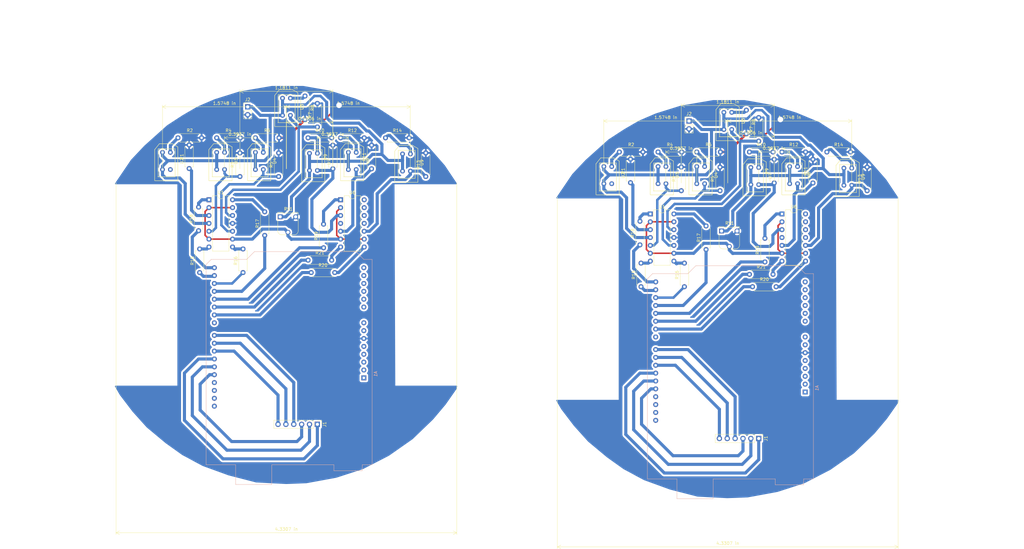
<source format=kicad_pcb>
(kicad_pcb (version 20171130) (host pcbnew 5.1.4-e60b266~84~ubuntu18.04.1)
  (layers (0 F.Cu signal) (31 B.Cu signal) (34 B.Paste user) (35 F.Paste user) (36 B.SilkS user) (37 F.SilkS user) (38 B.Mask user) (39 F.Mask user) (44 Edge.Cuts user))
  (net 0 "")
  (net 1 /Sheet5D8E0D89/S1)
  (net 2 /Sheet5D8E0D89/S0)
  (net 3 "Net-(A1-Pad30)")
  (net 4 "Net-(A1-Pad14)")
  (net 5 "Net-(A1-Pad29)")
  (net 6 "Net-(A1-Pad13)")
  (net 7 "Net-(A1-Pad28)")
  (net 8 "Net-(A1-Pad12)")
  (net 9 "Net-(A1-Pad27)")
  (net 10 "Net-(A1-Pad11)")
  (net 11 "Net-(A1-Pad26)")
  (net 12 "Net-(A1-Pad10)")
  (net 13 "Net-(A1-Pad25)")
  (net 14 "Net-(A1-Pad9)")
  (net 15 "Net-(A1-Pad24)")
  (net 16 "Net-(A1-Pad8)")
  (net 17 "Net-(A1-Pad23)")
  (net 18 "Net-(A1-Pad7)")
  (net 19 "Net-(A1-Pad22)")
  (net 20 /Sheet5D8E0D89/S6)
  (net 21 "Net-(A1-Pad5)")
  (net 22 /Sheet5D8E0D89/S5)
  (net 23 "Net-(A1-Pad4)")
  (net 24 /Sheet5D8E0D89/S4)
  (net 25 "Net-(A1-Pad3)")
  (net 26 /Sheet5D8E0D89/S3)
  (net 27 "Net-(A1-Pad2)")
  (net 28 /Sheet5D8E0D89/S2)
  (net 29 "Net-(A1-Pad1)")
  (net 30 "Net-(A1-Pad31)")
  (net 31 "Net-(A1-Pad32)")
  (net 32 /Sheet5D8E0D89/powerGND)
  (net 33 /Sheet5D8E0D89/power5)
  (net 34 "Net-(R1-Pad1)")
  (net 35 "Net-(R2-Pad1)")
  (net 36 "Net-(R3-Pad1)")
  (net 37 "Net-(R4-Pad1)")
  (net 38 "Net-(R5-Pad1)")
  (net 39 "Net-(R6-Pad1)")
  (net 40 "Net-(R7-Pad1)")
  (net 41 "Net-(R8-Pad1)")
  (net 42 "Net-(R9-Pad1)")
  (net 43 "Net-(R10-Pad1)")
  (net 44 "Net-(R11-Pad1)")
  (net 45 "Net-(R12-Pad1)")
  (net 46 "Net-(R13-Pad1)")
  (net 47 "Net-(R14-Pad1)")
  (net 48 "Net-(R15-Pad2)")
  (net 49 "Net-(R16-Pad2)")
  (net 50 "Net-(R17-Pad2)")
  (net 51 "Net-(R18-Pad2)")
  (net 52 "Net-(R19-Pad2)")
  (net 53 "Net-(R20-Pad2)")
  (net 54 "Net-(R21-Pad2)")
  (net 55 "Net-(RV1-Pad2)")
  (module Resistor_THT:R_Axial_DIN0207_L6.3mm_D2.5mm_P7.62mm_Horizontal (layer F.Cu) (at 220.494 80.572)
    (fp_text reference R20 (at 3.81 -2.37) (layer F.SilkS))
    (fp_text value 330)
    (pad 1 thru_hole circle (at 0 0) (size 1.6 1.6) (drill 0.8) (layers *.Cu *.Mask))
    (pad 2 thru_hole oval (at 7.62 0) (size 1.6 1.6) (drill 0.8) (layers *.Cu *.Mask))
  )
  (module Package_DIP:DIP-14_W7.62mm (layer F.Cu) (at 187.494 57.072)
    (fp_text reference U1 (at 3.81 -2.33) (layer F.SilkS))
    (fp_text value LM324)
    (pad 1 thru_hole rect (at 0 0) (size 1.6 1.6) (drill 0.8) (layers *.Cu *.Mask))
    (pad 8 thru_hole oval (at 7.62 15.24) (size 1.6 1.6) (drill 0.8) (layers *.Cu *.Mask))
    (pad 2 thru_hole oval (at 0 2.54) (size 1.6 1.6) (drill 0.8) (layers *.Cu *.Mask))
    (pad 9 thru_hole oval (at 7.62 12.7) (size 1.6 1.6) (drill 0.8) (layers *.Cu *.Mask))
    (pad 3 thru_hole oval (at 0 5.08) (size 1.6 1.6) (drill 0.8) (layers *.Cu *.Mask))
    (pad 10 thru_hole oval (at 7.62 10.16) (size 1.6 1.6) (drill 0.8) (layers *.Cu *.Mask))
    (pad 4 thru_hole oval (at 0 7.62) (size 1.6 1.6) (drill 0.8) (layers *.Cu *.Mask))
    (pad 11 thru_hole oval (at 7.62 7.62) (size 1.6 1.6) (drill 0.8) (layers *.Cu *.Mask))
    (pad 5 thru_hole oval (at 0 10.16) (size 1.6 1.6) (drill 0.8) (layers *.Cu *.Mask))
    (pad 12 thru_hole oval (at 7.62 5.08) (size 1.6 1.6) (drill 0.8) (layers *.Cu *.Mask))
    (pad 6 thru_hole oval (at 0 12.7) (size 1.6 1.6) (drill 0.8) (layers *.Cu *.Mask))
    (pad 13 thru_hole oval (at 7.62 2.54) (size 1.6 1.6) (drill 0.8) (layers *.Cu *.Mask))
    (pad 7 thru_hole oval (at 0 15.24) (size 1.6 1.6) (drill 0.8) (layers *.Cu *.Mask))
    (pad 14 thru_hole oval (at 7.62 0) (size 1.6 1.6) (drill 0.8) (layers *.Cu *.Mask))
  )
  (module Package_DIP:DIP-14_W7.62mm (layer F.Cu) (at 229.994 57.072)
    (fp_text reference U6 (at 3.81 -2.33) (layer F.SilkS))
    (fp_text value LM324)
    (pad 1 thru_hole rect (at 0 0) (size 1.6 1.6) (drill 0.8) (layers *.Cu *.Mask))
    (pad 8 thru_hole oval (at 7.62 15.24) (size 1.6 1.6) (drill 0.8) (layers *.Cu *.Mask))
    (pad 2 thru_hole oval (at 0 2.54) (size 1.6 1.6) (drill 0.8) (layers *.Cu *.Mask))
    (pad 9 thru_hole oval (at 7.62 12.7) (size 1.6 1.6) (drill 0.8) (layers *.Cu *.Mask))
    (pad 3 thru_hole oval (at 0 5.08) (size 1.6 1.6) (drill 0.8) (layers *.Cu *.Mask))
    (pad 10 thru_hole oval (at 7.62 10.16) (size 1.6 1.6) (drill 0.8) (layers *.Cu *.Mask))
    (pad 4 thru_hole oval (at 0 7.62) (size 1.6 1.6) (drill 0.8) (layers *.Cu *.Mask))
    (pad 11 thru_hole oval (at 7.62 7.62) (size 1.6 1.6) (drill 0.8) (layers *.Cu *.Mask))
    (pad 5 thru_hole oval (at 0 10.16) (size 1.6 1.6) (drill 0.8) (layers *.Cu *.Mask))
    (pad 12 thru_hole oval (at 7.62 5.08) (size 1.6 1.6) (drill 0.8) (layers *.Cu *.Mask))
    (pad 6 thru_hole oval (at 0 12.7) (size 1.6 1.6) (drill 0.8) (layers *.Cu *.Mask))
    (pad 13 thru_hole oval (at 7.62 2.54) (size 1.6 1.6) (drill 0.8) (layers *.Cu *.Mask))
    (pad 7 thru_hole oval (at 0 15.24) (size 1.6 1.6) (drill 0.8) (layers *.Cu *.Mask))
    (pad 14 thru_hole oval (at 7.62 0) (size 1.6 1.6) (drill 0.8) (layers *.Cu *.Mask))
  )
  (module Connector_PinHeader_2.54mm:PinHeader_1x06_P2.54mm_Vertical (layer F.Cu) (at 222.494 129.572 270)
    (fp_text reference J1 (at 0 -2.33 90) (layer F.SilkS))
    (fp_text value Conn_01x06_Male)
    (pad 1 thru_hole rect (at 0 0 270) (size 1.7 1.7) (drill 1) (layers *.Cu *.Mask))
    (pad 2 thru_hole oval (at 0 2.54 270) (size 1.7 1.7) (drill 1) (layers *.Cu *.Mask))
    (pad 3 thru_hole oval (at 0 5.08 270) (size 1.7 1.7) (drill 1) (layers *.Cu *.Mask))
    (pad 4 thru_hole oval (at 0 7.62 270) (size 1.7 1.7) (drill 1) (layers *.Cu *.Mask))
    (pad 5 thru_hole oval (at 0 10.16 270) (size 1.7 1.7) (drill 1) (layers *.Cu *.Mask))
    (pad 6 thru_hole oval (at 0 12.7 270) (size 1.7 1.7) (drill 1) (layers *.Cu *.Mask))
  )
  (module Connector_PinHeader_2.54mm:PinHeader_1x02_P2.54mm_Vertical (layer F.Cu) (at 199.994 27.072)
    (fp_text reference J2 (at 0 -2.33) (layer F.SilkS))
    (fp_text value Conn_01x02_Male)
    (pad 1 thru_hole rect (at 0 0) (size 1.7 1.7) (drill 1) (layers *.Cu *.Mask))
    (pad 2 thru_hole oval (at 0 2.54) (size 1.7 1.7) (drill 1) (layers *.Cu *.Mask))
  )
  (module Resistor_THT:R_Axial_DIN0207_L6.3mm_D2.5mm_P7.62mm_Horizontal (layer F.Cu) (at 181.102 46.99 90)
    (fp_text reference R1 (at 3.81 -2.37 90) (layer F.SilkS))
    (fp_text value 10K)
    (pad 1 thru_hole circle (at 0 0 90) (size 1.6 1.6) (drill 0.8) (layers *.Cu *.Mask))
    (pad 2 thru_hole oval (at 7.62 0 90) (size 1.6 1.6) (drill 0.8) (layers *.Cu *.Mask))
  )
  (module Resistor_THT:R_Axial_DIN0207_L6.3mm_D2.5mm_P7.62mm_Horizontal (layer F.Cu) (at 177.494 37.072)
    (fp_text reference R2 (at 3.81 -2.37) (layer F.SilkS))
    (fp_text value 100)
    (pad 1 thru_hole circle (at 0 0) (size 1.6 1.6) (drill 0.8) (layers *.Cu *.Mask))
    (pad 2 thru_hole oval (at 7.62 0) (size 1.6 1.6) (drill 0.8) (layers *.Cu *.Mask))
  )
  (module Resistor_THT:R_Axial_DIN0207_L6.3mm_D2.5mm_P7.62mm_Horizontal (layer F.Cu) (at 197.494 49.572 90)
    (fp_text reference R3 (at 3.81 -2.37 90) (layer F.SilkS))
    (fp_text value 10K)
    (pad 1 thru_hole circle (at 0 0 90) (size 1.6 1.6) (drill 0.8) (layers *.Cu *.Mask))
    (pad 2 thru_hole oval (at 7.62 0 90) (size 1.6 1.6) (drill 0.8) (layers *.Cu *.Mask))
  )
  (module Resistor_THT:R_Axial_DIN0207_L6.3mm_D2.5mm_P7.62mm_Horizontal (layer F.Cu) (at 189.994 37.072)
    (fp_text reference R4 (at 3.81 -2.37) (layer F.SilkS))
    (fp_text value 100)
    (pad 1 thru_hole circle (at 0 0) (size 1.6 1.6) (drill 0.8) (layers *.Cu *.Mask))
    (pad 2 thru_hole oval (at 7.62 0) (size 1.6 1.6) (drill 0.8) (layers *.Cu *.Mask))
  )
  (module Resistor_THT:R_Axial_DIN0207_L6.3mm_D2.5mm_P7.62mm_Horizontal (layer F.Cu) (at 209.994 49.572 90)
    (fp_text reference R5 (at 3.81 -2.37 90) (layer F.SilkS))
    (fp_text value 10K)
    (pad 1 thru_hole circle (at 0 0 90) (size 1.6 1.6) (drill 0.8) (layers *.Cu *.Mask))
    (pad 2 thru_hole oval (at 7.62 0 90) (size 1.6 1.6) (drill 0.8) (layers *.Cu *.Mask))
  )
  (module Resistor_THT:R_Axial_DIN0207_L6.3mm_D2.5mm_P7.62mm_Horizontal (layer F.Cu) (at 202.494 37.072)
    (fp_text reference R6 (at 3.81 -2.37) (layer F.SilkS))
    (fp_text value 100)
    (pad 1 thru_hole circle (at 0 0) (size 1.6 1.6) (drill 0.8) (layers *.Cu *.Mask))
    (pad 2 thru_hole oval (at 7.62 0) (size 1.6 1.6) (drill 0.8) (layers *.Cu *.Mask))
  )
  (module Resistor_THT:R_Axial_DIN0207_L6.3mm_D2.5mm_P7.62mm_Horizontal (layer F.Cu) (at 227.494 47.072 90)
    (fp_text reference R9 (at 3.81 -2.37 90) (layer F.SilkS))
    (fp_text value 10K)
    (pad 1 thru_hole circle (at 0 0 90) (size 1.6 1.6) (drill 0.8) (layers *.Cu *.Mask))
    (pad 2 thru_hole oval (at 7.62 0 90) (size 1.6 1.6) (drill 0.8) (layers *.Cu *.Mask))
  )
  (module Resistor_THT:R_Axial_DIN0207_L6.3mm_D2.5mm_P7.62mm_Horizontal (layer F.Cu) (at 219.494 37.072)
    (fp_text reference R10 (at 3.81 -2.37) (layer F.SilkS))
    (fp_text value 100)
    (pad 1 thru_hole circle (at 0 0) (size 1.6 1.6) (drill 0.8) (layers *.Cu *.Mask))
    (pad 2 thru_hole oval (at 7.62 0) (size 1.6 1.6) (drill 0.8) (layers *.Cu *.Mask))
  )
  (module Resistor_THT:R_Axial_DIN0207_L6.3mm_D2.5mm_P7.62mm_Horizontal (layer F.Cu) (at 239.994 47.072 90)
    (fp_text reference R11 (at 3.81 -2.37 90) (layer F.SilkS))
    (fp_text value 10K)
    (pad 1 thru_hole circle (at 0 0 90) (size 1.6 1.6) (drill 0.8) (layers *.Cu *.Mask))
    (pad 2 thru_hole oval (at 7.62 0 90) (size 1.6 1.6) (drill 0.8) (layers *.Cu *.Mask))
  )
  (module Resistor_THT:R_Axial_DIN0207_L6.3mm_D2.5mm_P7.62mm_Horizontal (layer F.Cu) (at 229.994 37.072)
    (fp_text reference R12 (at 3.81 -2.37) (layer F.SilkS))
    (fp_text value 100)
    (pad 1 thru_hole circle (at 0 0) (size 1.6 1.6) (drill 0.8) (layers *.Cu *.Mask))
    (pad 2 thru_hole oval (at 7.62 0) (size 1.6 1.6) (drill 0.8) (layers *.Cu *.Mask))
  )
  (module Resistor_THT:R_Axial_DIN0207_L6.3mm_D2.5mm_P7.62mm_Horizontal (layer F.Cu) (at 257.494 49.572 90)
    (fp_text reference R13 (at 3.81 -2.37 90) (layer F.SilkS))
    (fp_text value 10K)
    (pad 1 thru_hole circle (at 0 0 90) (size 1.6 1.6) (drill 0.8) (layers *.Cu *.Mask))
    (pad 2 thru_hole oval (at 7.62 0 90) (size 1.6 1.6) (drill 0.8) (layers *.Cu *.Mask))
  )
  (module Resistor_THT:R_Axial_DIN0207_L6.3mm_D2.5mm_P7.62mm_Horizontal (layer F.Cu) (at 184.494 80.572 90)
    (fp_text reference R15 (at 3.81 -2.37 90) (layer F.SilkS))
    (fp_text value 330)
    (pad 1 thru_hole circle (at 0 0 90) (size 1.6 1.6) (drill 0.8) (layers *.Cu *.Mask))
    (pad 2 thru_hole oval (at 7.62 0 90) (size 1.6 1.6) (drill 0.8) (layers *.Cu *.Mask))
  )
  (module Resistor_THT:R_Axial_DIN0207_L6.3mm_D2.5mm_P7.62mm_Horizontal (layer F.Cu) (at 198.494 80.572 90)
    (fp_text reference R16 (at 3.81 -2.37 90) (layer F.SilkS))
    (fp_text value 330)
    (pad 1 thru_hole circle (at 0 0 90) (size 1.6 1.6) (drill 0.8) (layers *.Cu *.Mask))
    (pad 2 thru_hole oval (at 7.62 0 90) (size 1.6 1.6) (drill 0.8) (layers *.Cu *.Mask))
  )
  (module Resistor_THT:R_Axial_DIN0207_L6.3mm_D2.5mm_P7.62mm_Horizontal (layer F.Cu) (at 205.494 68.572 90)
    (fp_text reference R17 (at 3.81 -2.37 90) (layer F.SilkS))
    (fp_text value 330)
    (pad 1 thru_hole circle (at 0 0 90) (size 1.6 1.6) (drill 0.8) (layers *.Cu *.Mask))
    (pad 2 thru_hole oval (at 7.62 0 90) (size 1.6 1.6) (drill 0.8) (layers *.Cu *.Mask))
  )
  (module Resistor_THT:R_Axial_DIN0207_L6.3mm_D2.5mm_P7.62mm_Horizontal (layer F.Cu) (at 184.15 67.056 90)
    (fp_text reference R18 (at 3.81 -2.37 90) (layer F.SilkS))
    (fp_text value 330)
    (pad 1 thru_hole circle (at 0 0 90) (size 1.6 1.6) (drill 0.8) (layers *.Cu *.Mask))
    (pad 2 thru_hole oval (at 7.62 0 90) (size 1.6 1.6) (drill 0.8) (layers *.Cu *.Mask))
  )
  (module "selfLibrary:TCRT 5000" (layer F.Cu) (at 232.494 44.572 90)
    (fp_text reference U8 (at 0 6.223 90) (layer F.SilkS))
    (fp_text value TCRT5000)
    (pad 1 thru_hole circle (at 2.794 0 90) (size 1.524 1.524) (drill 0.762) (layers *.Cu *.Mask))
    (pad 4 thru_hole circle (at -2.7432 0 90) (size 1.524 1.524) (drill 0.762) (layers *.Cu *.Mask))
    (pad 2 thru_hole circle (at 2.794 2.54 90) (size 1.524 1.524) (drill 0.762) (layers *.Cu *.Mask))
    (pad 3 thru_hole circle (at -2.7432 2.54 90) (size 1.524 1.524) (drill 0.762) (layers *.Cu *.Mask))
  )
  (module Potentiometer_THT:Potentiometer_Runtron_RM-065_Vertical (layer F.Cu) (at 210.494 62.572)
    (fp_text reference RV1 (at 2.6 -2.5) (layer F.SilkS))
    (fp_text value R_POT)
    (pad 3 thru_hole circle (at 5 0) (size 1.55 1.55) (drill 1) (layers *.Cu *.Mask))
    (pad 1 thru_hole rect (at 0 0) (size 1.55 1.55) (drill 1) (layers *.Cu *.Mask))
    (pad 2 thru_hole circle (at 2.5 5) (size 1.55 1.55) (drill 1) (layers *.Cu *.Mask))
  )
  (module "selfLibrary:TCRT 5000" (layer F.Cu) (at 172.494 44.572 90)
    (fp_text reference U2 (at 0 6.223 90) (layer F.SilkS))
    (fp_text value TCRT5000)
    (pad 1 thru_hole circle (at 2.794 0 90) (size 1.524 1.524) (drill 0.762) (layers *.Cu *.Mask))
    (pad 4 thru_hole circle (at -2.7432 0 90) (size 1.524 1.524) (drill 0.762) (layers *.Cu *.Mask))
    (pad 2 thru_hole circle (at 2.794 2.54 90) (size 1.524 1.524) (drill 0.762) (layers *.Cu *.Mask))
    (pad 3 thru_hole circle (at -2.7432 2.54 90) (size 1.524 1.524) (drill 0.762) (layers *.Cu *.Mask))
  )
  (module "selfLibrary:TCRT 5000" (layer F.Cu) (at 249.994 45.072 90)
    (fp_text reference U9 (at 0 6.223 90) (layer F.SilkS))
    (fp_text value TCRT5000)
    (pad 1 thru_hole circle (at 2.794 0 90) (size 1.524 1.524) (drill 0.762) (layers *.Cu *.Mask))
    (pad 4 thru_hole circle (at -2.7432 0 90) (size 1.524 1.524) (drill 0.762) (layers *.Cu *.Mask))
    (pad 2 thru_hole circle (at 2.794 2.54 90) (size 1.524 1.524) (drill 0.762) (layers *.Cu *.Mask))
    (pad 3 thru_hole circle (at -2.7432 2.54 90) (size 1.524 1.524) (drill 0.762) (layers *.Cu *.Mask))
  )
  (module Resistor_THT:R_Axial_DIN0207_L6.3mm_D2.5mm_P7.62mm_Horizontal (layer F.Cu) (at 222.494 33.572 90)
    (fp_text reference R7 (at 3.81 -2.37 90) (layer F.SilkS))
    (fp_text value 10K)
    (pad 1 thru_hole circle (at 0 0 90) (size 1.6 1.6) (drill 0.8) (layers *.Cu *.Mask))
    (pad 2 thru_hole oval (at 7.62 0 90) (size 1.6 1.6) (drill 0.8) (layers *.Cu *.Mask))
  )
  (module Resistor_THT:R_Axial_DIN0207_L6.3mm_D2.5mm_P7.62mm_Horizontal (layer F.Cu) (at 219.494 76.572)
    (fp_text reference R21 (at 3.81 -2.37) (layer F.SilkS))
    (fp_text value 330)
    (pad 1 thru_hole circle (at 0 0) (size 1.6 1.6) (drill 0.8) (layers *.Cu *.Mask))
    (pad 2 thru_hole oval (at 7.62 0) (size 1.6 1.6) (drill 0.8) (layers *.Cu *.Mask))
  )
  (module "selfLibrary:TCRT 5000" (layer F.Cu) (at 219.954 44.866 90)
    (fp_text reference U7 (at 0 6.223 90) (layer F.SilkS))
    (fp_text value TCRT5000)
    (pad 1 thru_hole circle (at 2.794 0 90) (size 1.524 1.524) (drill 0.762) (layers *.Cu *.Mask))
    (pad 4 thru_hole circle (at -2.7432 0 90) (size 1.524 1.524) (drill 0.762) (layers *.Cu *.Mask))
    (pad 2 thru_hole circle (at 2.794 2.54 90) (size 1.524 1.524) (drill 0.762) (layers *.Cu *.Mask))
    (pad 3 thru_hole circle (at -2.7432 2.54 90) (size 1.524 1.524) (drill 0.762) (layers *.Cu *.Mask))
  )
  (module Resistor_THT:R_Axial_DIN0207_L6.3mm_D2.5mm_P7.62mm_Horizontal (layer F.Cu) (at 224.494 72.572 90)
    (fp_text reference R19 (at 3.81 -2.37 90) (layer F.SilkS))
    (fp_text value 330)
    (pad 1 thru_hole circle (at 0 0 90) (size 1.6 1.6) (drill 0.8) (layers *.Cu *.Mask))
    (pad 2 thru_hole oval (at 7.62 0 90) (size 1.6 1.6) (drill 0.8) (layers *.Cu *.Mask))
  )
  (module "selfLibrary:TCRT 5000" (layer F.Cu) (at 211.244 27.072 90)
    (fp_text reference U5 (at 0 6.223 90) (layer F.SilkS))
    (fp_text value TCRT5000)
    (pad 1 thru_hole circle (at 2.794 0 90) (size 1.524 1.524) (drill 0.762) (layers *.Cu *.Mask))
    (pad 4 thru_hole circle (at -2.7432 0 90) (size 1.524 1.524) (drill 0.762) (layers *.Cu *.Mask))
    (pad 2 thru_hole circle (at 2.794 2.54 90) (size 1.524 1.524) (drill 0.762) (layers *.Cu *.Mask))
    (pad 3 thru_hole circle (at -2.7432 2.54 90) (size 1.524 1.524) (drill 0.762) (layers *.Cu *.Mask))
  )
  (module Resistor_THT:R_Axial_DIN0207_L6.3mm_D2.5mm_P7.62mm_Horizontal (layer F.Cu) (at 218.494 23.572 270)
    (fp_text reference R8 (at 3.81 -2.37 90) (layer F.SilkS))
    (fp_text value 100)
    (pad 1 thru_hole circle (at 0 0 270) (size 1.6 1.6) (drill 0.8) (layers *.Cu *.Mask))
    (pad 2 thru_hole oval (at 7.62 0 270) (size 1.6 1.6) (drill 0.8) (layers *.Cu *.Mask))
  )
  (module "selfLibrary:TCRT 5000" (layer F.Cu) (at 189.994 44.572 90)
    (fp_text reference U3 (at 0 6.223 90) (layer F.SilkS))
    (fp_text value TCRT5000)
    (pad 1 thru_hole circle (at 2.794 0 90) (size 1.524 1.524) (drill 0.762) (layers *.Cu *.Mask))
    (pad 4 thru_hole circle (at -2.7432 0 90) (size 1.524 1.524) (drill 0.762) (layers *.Cu *.Mask))
    (pad 2 thru_hole circle (at 2.794 2.54 90) (size 1.524 1.524) (drill 0.762) (layers *.Cu *.Mask))
    (pad 3 thru_hole circle (at -2.7432 2.54 90) (size 1.524 1.524) (drill 0.762) (layers *.Cu *.Mask))
  )
  (module "selfLibrary:TCRT 5000" (layer F.Cu) (at 202.494 44.572 90)
    (fp_text reference U4 (at 0 6.223 90) (layer F.SilkS))
    (fp_text value TCRT5000)
    (pad 1 thru_hole circle (at 2.794 0 90) (size 1.524 1.524) (drill 0.762) (layers *.Cu *.Mask))
    (pad 4 thru_hole circle (at -2.7432 0 90) (size 1.524 1.524) (drill 0.762) (layers *.Cu *.Mask))
    (pad 2 thru_hole circle (at 2.794 2.54 90) (size 1.524 1.524) (drill 0.762) (layers *.Cu *.Mask))
    (pad 3 thru_hole circle (at -2.7432 2.54 90) (size 1.524 1.524) (drill 0.762) (layers *.Cu *.Mask))
  )
  (module Resistor_THT:R_Axial_DIN0207_L6.3mm_D2.5mm_P7.62mm_Horizontal (layer F.Cu) (at 244.494 37.072)
    (fp_text reference R14 (at 3.81 -2.37) (layer F.SilkS))
    (fp_text value 100)
    (pad 1 thru_hole circle (at 0 0) (size 1.6 1.6) (drill 0.8) (layers *.Cu *.Mask))
    (pad 2 thru_hole oval (at 7.62 0) (size 1.6 1.6) (drill 0.8) (layers *.Cu *.Mask))
  )
  (module Module:Arduino_UNO_R3 (layer B.Cu) (at 237.494 114.572 90)
    (fp_text reference A1 (at 1.27 3.81 270) (layer B.SilkS) (effects (justify mirror)))
    (fp_text value Arduino_UNO_R3)
    (pad 32 thru_hole oval (at -9.14 -48.26) (size 1.6 1.6) (drill 0.8) (layers *.Cu *.Mask))
    (pad 31 thru_hole oval (at -6.6 -48.26) (size 1.6 1.6) (drill 0.8) (layers *.Cu *.Mask))
    (pad 1 thru_hole rect (at 0 0) (size 1.6 1.6) (drill 0.8) (layers *.Cu *.Mask))
    (pad 17 thru_hole oval (at 30.48 -48.26) (size 1.6 1.6) (drill 0.8) (layers *.Cu *.Mask))
    (pad 2 thru_hole oval (at 2.54 0) (size 1.6 1.6) (drill 0.8) (layers *.Cu *.Mask))
    (pad 18 thru_hole oval (at 27.94 -48.26) (size 1.6 1.6) (drill 0.8) (layers *.Cu *.Mask))
    (pad 3 thru_hole oval (at 5.08 0) (size 1.6 1.6) (drill 0.8) (layers *.Cu *.Mask))
    (pad 19 thru_hole oval (at 25.4 -48.26) (size 1.6 1.6) (drill 0.8) (layers *.Cu *.Mask))
    (pad 4 thru_hole oval (at 7.62 0) (size 1.6 1.6) (drill 0.8) (layers *.Cu *.Mask))
    (pad 20 thru_hole oval (at 22.86 -48.26) (size 1.6 1.6) (drill 0.8) (layers *.Cu *.Mask))
    (pad 5 thru_hole oval (at 10.16 0) (size 1.6 1.6) (drill 0.8) (layers *.Cu *.Mask))
    (pad 21 thru_hole oval (at 20.32 -48.26) (size 1.6 1.6) (drill 0.8) (layers *.Cu *.Mask))
    (pad 6 thru_hole oval (at 12.7 0) (size 1.6 1.6) (drill 0.8) (layers *.Cu *.Mask))
    (pad 22 thru_hole oval (at 17.78 -48.26) (size 1.6 1.6) (drill 0.8) (layers *.Cu *.Mask))
    (pad 7 thru_hole oval (at 15.24 0) (size 1.6 1.6) (drill 0.8) (layers *.Cu *.Mask))
    (pad 23 thru_hole oval (at 13.72 -48.26) (size 1.6 1.6) (drill 0.8) (layers *.Cu *.Mask))
    (pad 8 thru_hole oval (at 17.78 0) (size 1.6 1.6) (drill 0.8) (layers *.Cu *.Mask))
    (pad 24 thru_hole oval (at 11.18 -48.26) (size 1.6 1.6) (drill 0.8) (layers *.Cu *.Mask))
    (pad 9 thru_hole oval (at 22.86 0) (size 1.6 1.6) (drill 0.8) (layers *.Cu *.Mask))
    (pad 25 thru_hole oval (at 8.64 -48.26) (size 1.6 1.6) (drill 0.8) (layers *.Cu *.Mask))
    (pad 10 thru_hole oval (at 25.4 0) (size 1.6 1.6) (drill 0.8) (layers *.Cu *.Mask))
    (pad 26 thru_hole oval (at 6.1 -48.26) (size 1.6 1.6) (drill 0.8) (layers *.Cu *.Mask))
    (pad 11 thru_hole oval (at 27.94 0) (size 1.6 1.6) (drill 0.8) (layers *.Cu *.Mask))
    (pad 27 thru_hole oval (at 3.56 -48.26) (size 1.6 1.6) (drill 0.8) (layers *.Cu *.Mask))
    (pad 12 thru_hole oval (at 30.48 0) (size 1.6 1.6) (drill 0.8) (layers *.Cu *.Mask))
    (pad 28 thru_hole oval (at 1.02 -48.26) (size 1.6 1.6) (drill 0.8) (layers *.Cu *.Mask))
    (pad 13 thru_hole oval (at 33.02 0) (size 1.6 1.6) (drill 0.8) (layers *.Cu *.Mask))
    (pad 29 thru_hole oval (at -1.52 -48.26) (size 1.6 1.6) (drill 0.8) (layers *.Cu *.Mask))
    (pad 14 thru_hole oval (at 35.56 0) (size 1.6 1.6) (drill 0.8) (layers *.Cu *.Mask))
    (pad 30 thru_hole oval (at -4.06 -48.26) (size 1.6 1.6) (drill 0.8) (layers *.Cu *.Mask))
    (pad 15 thru_hole oval (at 35.56 -48.26) (size 1.6 1.6) (drill 0.8) (layers *.Cu *.Mask))
    (pad 16 thru_hole oval (at 33.02 -48.26) (size 1.6 1.6) (drill 0.8) (layers *.Cu *.Mask))
  )
  (module "selfLibrary:TCRT 5000" (layer F.Cu) (at 60 40 90)
    (fp_text reference U4 (at 0 6.223 90) (layer F.SilkS))
    (fp_text value TCRT5000)
    (pad 3 thru_hole circle (at -2.7432 2.54 90) (size 1.524 1.524) (drill 0.762) (layers *.Cu *.Mask) (net 38 "Net-(R5-Pad1)"))
    (pad 2 thru_hole circle (at 2.794 2.54 90) (size 1.524 1.524) (drill 0.762) (layers *.Cu *.Mask) (net 39 "Net-(R6-Pad1)"))
    (pad 4 thru_hole circle (at -2.7432 0 90) (size 1.524 1.524) (drill 0.762) (layers *.Cu *.Mask) (net 33 /Sheet5D8E0D89/power5))
    (pad 1 thru_hole circle (at 2.794 0 90) (size 1.524 1.524) (drill 0.762) (layers *.Cu *.Mask) (net 33 /Sheet5D8E0D89/power5))
  )
  (module "selfLibrary:TCRT 5000" (layer F.Cu) (at 30 40 90)
    (fp_text reference U2 (at 0 6.223 90) (layer F.SilkS))
    (fp_text value TCRT5000)
    (pad 3 thru_hole circle (at -2.7432 2.54 90) (size 1.524 1.524) (drill 0.762) (layers *.Cu *.Mask) (net 34 "Net-(R1-Pad1)"))
    (pad 2 thru_hole circle (at 2.794 2.54 90) (size 1.524 1.524) (drill 0.762) (layers *.Cu *.Mask) (net 35 "Net-(R2-Pad1)"))
    (pad 4 thru_hole circle (at -2.7432 0 90) (size 1.524 1.524) (drill 0.762) (layers *.Cu *.Mask) (net 33 /Sheet5D8E0D89/power5))
    (pad 1 thru_hole circle (at 2.794 0 90) (size 1.524 1.524) (drill 0.762) (layers *.Cu *.Mask) (net 33 /Sheet5D8E0D89/power5))
  )
  (module Resistor_THT:R_Axial_DIN0207_L6.3mm_D2.5mm_P7.62mm_Horizontal (layer F.Cu) (at 102 32.5)
    (fp_text reference R14 (at 3.81 -2.37) (layer F.SilkS))
    (fp_text value 100)
    (pad 2 thru_hole oval (at 7.62 0) (size 1.6 1.6) (drill 0.8) (layers *.Cu *.Mask) (net 32 /Sheet5D8E0D89/powerGND))
    (pad 1 thru_hole circle (at 0 0) (size 1.6 1.6) (drill 0.8) (layers *.Cu *.Mask) (net 47 "Net-(R14-Pad1)"))
  )
  (module "selfLibrary:TCRT 5000" (layer F.Cu) (at 107.5 40.5 90)
    (fp_text reference U9 (at 0 6.223 90) (layer F.SilkS))
    (fp_text value TCRT5000)
    (pad 3 thru_hole circle (at -2.7432 2.54 90) (size 1.524 1.524) (drill 0.762) (layers *.Cu *.Mask) (net 46 "Net-(R13-Pad1)"))
    (pad 2 thru_hole circle (at 2.794 2.54 90) (size 1.524 1.524) (drill 0.762) (layers *.Cu *.Mask) (net 47 "Net-(R14-Pad1)"))
    (pad 4 thru_hole circle (at -2.7432 0 90) (size 1.524 1.524) (drill 0.762) (layers *.Cu *.Mask) (net 33 /Sheet5D8E0D89/power5))
    (pad 1 thru_hole circle (at 2.794 0 90) (size 1.524 1.524) (drill 0.762) (layers *.Cu *.Mask) (net 33 /Sheet5D8E0D89/power5))
  )
  (module Resistor_THT:R_Axial_DIN0207_L6.3mm_D2.5mm_P7.62mm_Horizontal (layer F.Cu) (at 76 19 270)
    (fp_text reference R8 (at 3.81 -2.37 90) (layer F.SilkS))
    (fp_text value 100)
    (pad 2 thru_hole oval (at 7.62 0 270) (size 1.6 1.6) (drill 0.8) (layers *.Cu *.Mask) (net 32 /Sheet5D8E0D89/powerGND))
    (pad 1 thru_hole circle (at 0 0 270) (size 1.6 1.6) (drill 0.8) (layers *.Cu *.Mask) (net 41 "Net-(R8-Pad1)"))
  )
  (module Resistor_THT:R_Axial_DIN0207_L6.3mm_D2.5mm_P7.62mm_Horizontal (layer F.Cu) (at 80 29 90)
    (fp_text reference R7 (at 3.81 -2.37 90) (layer F.SilkS))
    (fp_text value 10K)
    (pad 2 thru_hole oval (at 7.62 0 90) (size 1.6 1.6) (drill 0.8) (layers *.Cu *.Mask) (net 32 /Sheet5D8E0D89/powerGND))
    (pad 1 thru_hole circle (at 0 0 90) (size 1.6 1.6) (drill 0.8) (layers *.Cu *.Mask) (net 40 "Net-(R7-Pad1)"))
  )
  (module "selfLibrary:TCRT 5000" (layer F.Cu) (at 90 40 90)
    (fp_text reference U8 (at 0 6.223 90) (layer F.SilkS))
    (fp_text value TCRT5000)
    (pad 3 thru_hole circle (at -2.7432 2.54 90) (size 1.524 1.524) (drill 0.762) (layers *.Cu *.Mask) (net 44 "Net-(R11-Pad1)"))
    (pad 2 thru_hole circle (at 2.794 2.54 90) (size 1.524 1.524) (drill 0.762) (layers *.Cu *.Mask) (net 45 "Net-(R12-Pad1)"))
    (pad 4 thru_hole circle (at -2.7432 0 90) (size 1.524 1.524) (drill 0.762) (layers *.Cu *.Mask) (net 33 /Sheet5D8E0D89/power5))
    (pad 1 thru_hole circle (at 2.794 0 90) (size 1.524 1.524) (drill 0.762) (layers *.Cu *.Mask) (net 33 /Sheet5D8E0D89/power5))
  )
  (module "selfLibrary:TCRT 5000" (layer F.Cu) (at 77.46 40.294 90)
    (fp_text reference U7 (at 0 6.223 90) (layer F.SilkS))
    (fp_text value TCRT5000)
    (pad 3 thru_hole circle (at -2.7432 2.54 90) (size 1.524 1.524) (drill 0.762) (layers *.Cu *.Mask) (net 42 "Net-(R9-Pad1)"))
    (pad 2 thru_hole circle (at 2.794 2.54 90) (size 1.524 1.524) (drill 0.762) (layers *.Cu *.Mask) (net 43 "Net-(R10-Pad1)"))
    (pad 4 thru_hole circle (at -2.7432 0 90) (size 1.524 1.524) (drill 0.762) (layers *.Cu *.Mask) (net 33 /Sheet5D8E0D89/power5))
    (pad 1 thru_hole circle (at 2.794 0 90) (size 1.524 1.524) (drill 0.762) (layers *.Cu *.Mask) (net 33 /Sheet5D8E0D89/power5))
  )
  (module Package_DIP:DIP-14_W7.62mm (layer F.Cu) (at 87.5 52.5)
    (fp_text reference U6 (at 3.81 -2.33) (layer F.SilkS))
    (fp_text value LM324)
    (pad 14 thru_hole oval (at 7.62 0) (size 1.6 1.6) (drill 0.8) (layers *.Cu *.Mask))
    (pad 7 thru_hole oval (at 0 15.24) (size 1.6 1.6) (drill 0.8) (layers *.Cu *.Mask) (net 54 "Net-(R21-Pad2)"))
    (pad 13 thru_hole oval (at 7.62 2.54) (size 1.6 1.6) (drill 0.8) (layers *.Cu *.Mask))
    (pad 6 thru_hole oval (at 0 12.7) (size 1.6 1.6) (drill 0.8) (layers *.Cu *.Mask) (net 55 "Net-(RV1-Pad2)"))
    (pad 12 thru_hole oval (at 7.62 5.08) (size 1.6 1.6) (drill 0.8) (layers *.Cu *.Mask))
    (pad 5 thru_hole oval (at 0 10.16) (size 1.6 1.6) (drill 0.8) (layers *.Cu *.Mask) (net 44 "Net-(R11-Pad1)"))
    (pad 11 thru_hole oval (at 7.62 7.62) (size 1.6 1.6) (drill 0.8) (layers *.Cu *.Mask))
    (pad 4 thru_hole oval (at 0 7.62) (size 1.6 1.6) (drill 0.8) (layers *.Cu *.Mask))
    (pad 10 thru_hole oval (at 7.62 10.16) (size 1.6 1.6) (drill 0.8) (layers *.Cu *.Mask) (net 46 "Net-(R13-Pad1)"))
    (pad 3 thru_hole oval (at 0 5.08) (size 1.6 1.6) (drill 0.8) (layers *.Cu *.Mask) (net 42 "Net-(R9-Pad1)"))
    (pad 9 thru_hole oval (at 7.62 12.7) (size 1.6 1.6) (drill 0.8) (layers *.Cu *.Mask) (net 55 "Net-(RV1-Pad2)"))
    (pad 2 thru_hole oval (at 0 2.54) (size 1.6 1.6) (drill 0.8) (layers *.Cu *.Mask) (net 55 "Net-(RV1-Pad2)"))
    (pad 8 thru_hole oval (at 7.62 15.24) (size 1.6 1.6) (drill 0.8) (layers *.Cu *.Mask) (net 53 "Net-(R20-Pad2)"))
    (pad 1 thru_hole rect (at 0 0) (size 1.6 1.6) (drill 0.8) (layers *.Cu *.Mask) (net 52 "Net-(R19-Pad2)"))
  )
  (module "selfLibrary:TCRT 5000" (layer F.Cu) (at 68.75 22.5 90)
    (fp_text reference U5 (at 0 6.223 90) (layer F.SilkS))
    (fp_text value TCRT5000)
    (pad 3 thru_hole circle (at -2.7432 2.54 90) (size 1.524 1.524) (drill 0.762) (layers *.Cu *.Mask) (net 40 "Net-(R7-Pad1)"))
    (pad 2 thru_hole circle (at 2.794 2.54 90) (size 1.524 1.524) (drill 0.762) (layers *.Cu *.Mask) (net 41 "Net-(R8-Pad1)"))
    (pad 4 thru_hole circle (at -2.7432 0 90) (size 1.524 1.524) (drill 0.762) (layers *.Cu *.Mask) (net 33 /Sheet5D8E0D89/power5))
    (pad 1 thru_hole circle (at 2.794 0 90) (size 1.524 1.524) (drill 0.762) (layers *.Cu *.Mask) (net 33 /Sheet5D8E0D89/power5))
  )
  (module "selfLibrary:TCRT 5000" (layer F.Cu) (at 47.5 40 90)
    (fp_text reference U3 (at 0 6.223 90) (layer F.SilkS))
    (fp_text value TCRT5000)
    (pad 3 thru_hole circle (at -2.7432 2.54 90) (size 1.524 1.524) (drill 0.762) (layers *.Cu *.Mask) (net 36 "Net-(R3-Pad1)"))
    (pad 2 thru_hole circle (at 2.794 2.54 90) (size 1.524 1.524) (drill 0.762) (layers *.Cu *.Mask) (net 37 "Net-(R4-Pad1)"))
    (pad 4 thru_hole circle (at -2.7432 0 90) (size 1.524 1.524) (drill 0.762) (layers *.Cu *.Mask) (net 33 /Sheet5D8E0D89/power5))
    (pad 1 thru_hole circle (at 2.794 0 90) (size 1.524 1.524) (drill 0.762) (layers *.Cu *.Mask) (net 33 /Sheet5D8E0D89/power5))
  )
  (module Package_DIP:DIP-14_W7.62mm (layer F.Cu) (at 45 52.5)
    (fp_text reference U1 (at 3.81 -2.33) (layer F.SilkS))
    (fp_text value LM324)
    (pad 14 thru_hole oval (at 7.62 0) (size 1.6 1.6) (drill 0.8) (layers *.Cu *.Mask) (net 50 "Net-(R17-Pad2)"))
    (pad 7 thru_hole oval (at 0 15.24) (size 1.6 1.6) (drill 0.8) (layers *.Cu *.Mask) (net 48 "Net-(R15-Pad2)"))
    (pad 13 thru_hole oval (at 7.62 2.54) (size 1.6 1.6) (drill 0.8) (layers *.Cu *.Mask) (net 55 "Net-(RV1-Pad2)"))
    (pad 6 thru_hole oval (at 0 12.7) (size 1.6 1.6) (drill 0.8) (layers *.Cu *.Mask) (net 55 "Net-(RV1-Pad2)"))
    (pad 12 thru_hole oval (at 7.62 5.08) (size 1.6 1.6) (drill 0.8) (layers *.Cu *.Mask) (net 40 "Net-(R7-Pad1)"))
    (pad 5 thru_hole oval (at 0 10.16) (size 1.6 1.6) (drill 0.8) (layers *.Cu *.Mask) (net 36 "Net-(R3-Pad1)"))
    (pad 11 thru_hole oval (at 7.62 7.62) (size 1.6 1.6) (drill 0.8) (layers *.Cu *.Mask) (net 32 /Sheet5D8E0D89/powerGND))
    (pad 4 thru_hole oval (at 0 7.62) (size 1.6 1.6) (drill 0.8) (layers *.Cu *.Mask) (net 33 /Sheet5D8E0D89/power5))
    (pad 10 thru_hole oval (at 7.62 10.16) (size 1.6 1.6) (drill 0.8) (layers *.Cu *.Mask) (net 38 "Net-(R5-Pad1)"))
    (pad 3 thru_hole oval (at 0 5.08) (size 1.6 1.6) (drill 0.8) (layers *.Cu *.Mask) (net 34 "Net-(R1-Pad1)"))
    (pad 9 thru_hole oval (at 7.62 12.7) (size 1.6 1.6) (drill 0.8) (layers *.Cu *.Mask) (net 55 "Net-(RV1-Pad2)"))
    (pad 2 thru_hole oval (at 0 2.54) (size 1.6 1.6) (drill 0.8) (layers *.Cu *.Mask) (net 55 "Net-(RV1-Pad2)"))
    (pad 8 thru_hole oval (at 7.62 15.24) (size 1.6 1.6) (drill 0.8) (layers *.Cu *.Mask) (net 49 "Net-(R16-Pad2)"))
    (pad 1 thru_hole rect (at 0 0) (size 1.6 1.6) (drill 0.8) (layers *.Cu *.Mask) (net 51 "Net-(R18-Pad2)"))
  )
  (module Potentiometer_THT:Potentiometer_Runtron_RM-065_Vertical (layer F.Cu) (at 68 58)
    (fp_text reference RV1 (at 2.6 -2.5) (layer F.SilkS))
    (fp_text value R_POT)
    (pad 2 thru_hole circle (at 2.5 5) (size 1.55 1.55) (drill 1) (layers *.Cu *.Mask) (net 55 "Net-(RV1-Pad2)"))
    (pad 1 thru_hole rect (at 0 0) (size 1.55 1.55) (drill 1) (layers *.Cu *.Mask) (net 33 /Sheet5D8E0D89/power5))
    (pad 3 thru_hole circle (at 5 0) (size 1.55 1.55) (drill 1) (layers *.Cu *.Mask) (net 32 /Sheet5D8E0D89/powerGND))
  )
  (module Resistor_THT:R_Axial_DIN0207_L6.3mm_D2.5mm_P7.62mm_Horizontal (layer F.Cu) (at 77 72)
    (fp_text reference R21 (at 3.81 -2.37) (layer F.SilkS))
    (fp_text value 330)
    (pad 2 thru_hole oval (at 7.62 0) (size 1.6 1.6) (drill 0.8) (layers *.Cu *.Mask) (net 54 "Net-(R21-Pad2)"))
    (pad 1 thru_hole circle (at 0 0) (size 1.6 1.6) (drill 0.8) (layers *.Cu *.Mask) (net 22 /Sheet5D8E0D89/S5))
  )
  (module Resistor_THT:R_Axial_DIN0207_L6.3mm_D2.5mm_P7.62mm_Horizontal (layer F.Cu) (at 78 76)
    (fp_text reference R20 (at 3.81 -2.37) (layer F.SilkS))
    (fp_text value 330)
    (pad 2 thru_hole oval (at 7.62 0) (size 1.6 1.6) (drill 0.8) (layers *.Cu *.Mask) (net 53 "Net-(R20-Pad2)"))
    (pad 1 thru_hole circle (at 0 0) (size 1.6 1.6) (drill 0.8) (layers *.Cu *.Mask) (net 20 /Sheet5D8E0D89/S6))
  )
  (module Resistor_THT:R_Axial_DIN0207_L6.3mm_D2.5mm_P7.62mm_Horizontal (layer F.Cu) (at 82 68 90)
    (fp_text reference R19 (at 3.81 -2.37 90) (layer F.SilkS))
    (fp_text value 330)
    (pad 2 thru_hole oval (at 7.62 0 90) (size 1.6 1.6) (drill 0.8) (layers *.Cu *.Mask) (net 52 "Net-(R19-Pad2)"))
    (pad 1 thru_hole circle (at 0 0 90) (size 1.6 1.6) (drill 0.8) (layers *.Cu *.Mask) (net 24 /Sheet5D8E0D89/S4))
  )
  (module Resistor_THT:R_Axial_DIN0207_L6.3mm_D2.5mm_P7.62mm_Horizontal (layer F.Cu) (at 41.656 62.484 90)
    (fp_text reference R18 (at 3.81 -2.37 90) (layer F.SilkS))
    (fp_text value 330)
    (pad 2 thru_hole oval (at 7.62 0 90) (size 1.6 1.6) (drill 0.8) (layers *.Cu *.Mask) (net 51 "Net-(R18-Pad2)"))
    (pad 1 thru_hole circle (at 0 0 90) (size 1.6 1.6) (drill 0.8) (layers *.Cu *.Mask) (net 2 /Sheet5D8E0D89/S0))
  )
  (module Resistor_THT:R_Axial_DIN0207_L6.3mm_D2.5mm_P7.62mm_Horizontal (layer F.Cu) (at 63 64 90)
    (fp_text reference R17 (at 3.81 -2.37 90) (layer F.SilkS))
    (fp_text value 330)
    (pad 2 thru_hole oval (at 7.62 0 90) (size 1.6 1.6) (drill 0.8) (layers *.Cu *.Mask) (net 50 "Net-(R17-Pad2)"))
    (pad 1 thru_hole circle (at 0 0 90) (size 1.6 1.6) (drill 0.8) (layers *.Cu *.Mask) (net 26 /Sheet5D8E0D89/S3))
  )
  (module Resistor_THT:R_Axial_DIN0207_L6.3mm_D2.5mm_P7.62mm_Horizontal (layer F.Cu) (at 56 76 90)
    (fp_text reference R16 (at 3.81 -2.37 90) (layer F.SilkS))
    (fp_text value 330)
    (pad 2 thru_hole oval (at 7.62 0 90) (size 1.6 1.6) (drill 0.8) (layers *.Cu *.Mask) (net 49 "Net-(R16-Pad2)"))
    (pad 1 thru_hole circle (at 0 0 90) (size 1.6 1.6) (drill 0.8) (layers *.Cu *.Mask) (net 28 /Sheet5D8E0D89/S2))
  )
  (module Resistor_THT:R_Axial_DIN0207_L6.3mm_D2.5mm_P7.62mm_Horizontal (layer F.Cu) (at 42 76 90)
    (fp_text reference R15 (at 3.81 -2.37 90) (layer F.SilkS))
    (fp_text value 330)
    (pad 2 thru_hole oval (at 7.62 0 90) (size 1.6 1.6) (drill 0.8) (layers *.Cu *.Mask) (net 48 "Net-(R15-Pad2)"))
    (pad 1 thru_hole circle (at 0 0 90) (size 1.6 1.6) (drill 0.8) (layers *.Cu *.Mask) (net 1 /Sheet5D8E0D89/S1))
  )
  (module Resistor_THT:R_Axial_DIN0207_L6.3mm_D2.5mm_P7.62mm_Horizontal (layer F.Cu) (at 115 45 90)
    (fp_text reference R13 (at 3.81 -2.37 90) (layer F.SilkS))
    (fp_text value 10K)
    (pad 2 thru_hole oval (at 7.62 0 90) (size 1.6 1.6) (drill 0.8) (layers *.Cu *.Mask) (net 32 /Sheet5D8E0D89/powerGND))
    (pad 1 thru_hole circle (at 0 0 90) (size 1.6 1.6) (drill 0.8) (layers *.Cu *.Mask) (net 46 "Net-(R13-Pad1)"))
  )
  (module Resistor_THT:R_Axial_DIN0207_L6.3mm_D2.5mm_P7.62mm_Horizontal (layer F.Cu) (at 87.5 32.5)
    (fp_text reference R12 (at 3.81 -2.37) (layer F.SilkS))
    (fp_text value 100)
    (pad 2 thru_hole oval (at 7.62 0) (size 1.6 1.6) (drill 0.8) (layers *.Cu *.Mask) (net 32 /Sheet5D8E0D89/powerGND))
    (pad 1 thru_hole circle (at 0 0) (size 1.6 1.6) (drill 0.8) (layers *.Cu *.Mask) (net 45 "Net-(R12-Pad1)"))
  )
  (module Resistor_THT:R_Axial_DIN0207_L6.3mm_D2.5mm_P7.62mm_Horizontal (layer F.Cu) (at 97.5 42.5 90)
    (fp_text reference R11 (at 3.81 -2.37 90) (layer F.SilkS))
    (fp_text value 10K)
    (pad 2 thru_hole oval (at 7.62 0 90) (size 1.6 1.6) (drill 0.8) (layers *.Cu *.Mask) (net 32 /Sheet5D8E0D89/powerGND))
    (pad 1 thru_hole circle (at 0 0 90) (size 1.6 1.6) (drill 0.8) (layers *.Cu *.Mask) (net 44 "Net-(R11-Pad1)"))
  )
  (module Resistor_THT:R_Axial_DIN0207_L6.3mm_D2.5mm_P7.62mm_Horizontal (layer F.Cu) (at 77 32.5)
    (fp_text reference R10 (at 3.81 -2.37) (layer F.SilkS))
    (fp_text value 100)
    (pad 2 thru_hole oval (at 7.62 0) (size 1.6 1.6) (drill 0.8) (layers *.Cu *.Mask) (net 32 /Sheet5D8E0D89/powerGND))
    (pad 1 thru_hole circle (at 0 0) (size 1.6 1.6) (drill 0.8) (layers *.Cu *.Mask) (net 43 "Net-(R10-Pad1)"))
  )
  (module Resistor_THT:R_Axial_DIN0207_L6.3mm_D2.5mm_P7.62mm_Horizontal (layer F.Cu) (at 85 42.5 90)
    (fp_text reference R9 (at 3.81 -2.37 90) (layer F.SilkS))
    (fp_text value 10K)
    (pad 2 thru_hole oval (at 7.62 0 90) (size 1.6 1.6) (drill 0.8) (layers *.Cu *.Mask) (net 32 /Sheet5D8E0D89/powerGND))
    (pad 1 thru_hole circle (at 0 0 90) (size 1.6 1.6) (drill 0.8) (layers *.Cu *.Mask) (net 42 "Net-(R9-Pad1)"))
  )
  (module Resistor_THT:R_Axial_DIN0207_L6.3mm_D2.5mm_P7.62mm_Horizontal (layer F.Cu) (at 60 32.5)
    (fp_text reference R6 (at 3.81 -2.37) (layer F.SilkS))
    (fp_text value 100)
    (pad 2 thru_hole oval (at 7.62 0) (size 1.6 1.6) (drill 0.8) (layers *.Cu *.Mask) (net 32 /Sheet5D8E0D89/powerGND))
    (pad 1 thru_hole circle (at 0 0) (size 1.6 1.6) (drill 0.8) (layers *.Cu *.Mask) (net 39 "Net-(R6-Pad1)"))
  )
  (module Resistor_THT:R_Axial_DIN0207_L6.3mm_D2.5mm_P7.62mm_Horizontal (layer F.Cu) (at 67.5 45 90)
    (fp_text reference R5 (at 3.81 -2.37 90) (layer F.SilkS))
    (fp_text value 10K)
    (pad 2 thru_hole oval (at 7.62 0 90) (size 1.6 1.6) (drill 0.8) (layers *.Cu *.Mask) (net 32 /Sheet5D8E0D89/powerGND))
    (pad 1 thru_hole circle (at 0 0 90) (size 1.6 1.6) (drill 0.8) (layers *.Cu *.Mask) (net 38 "Net-(R5-Pad1)"))
  )
  (module Resistor_THT:R_Axial_DIN0207_L6.3mm_D2.5mm_P7.62mm_Horizontal (layer F.Cu) (at 47.5 32.5)
    (fp_text reference R4 (at 3.81 -2.37) (layer F.SilkS))
    (fp_text value 100)
    (pad 2 thru_hole oval (at 7.62 0) (size 1.6 1.6) (drill 0.8) (layers *.Cu *.Mask) (net 32 /Sheet5D8E0D89/powerGND))
    (pad 1 thru_hole circle (at 0 0) (size 1.6 1.6) (drill 0.8) (layers *.Cu *.Mask) (net 37 "Net-(R4-Pad1)"))
  )
  (module Resistor_THT:R_Axial_DIN0207_L6.3mm_D2.5mm_P7.62mm_Horizontal (layer F.Cu) (at 55 45 90)
    (fp_text reference R3 (at 3.81 -2.37 90) (layer F.SilkS))
    (fp_text value 10K)
    (pad 2 thru_hole oval (at 7.62 0 90) (size 1.6 1.6) (drill 0.8) (layers *.Cu *.Mask) (net 32 /Sheet5D8E0D89/powerGND))
    (pad 1 thru_hole circle (at 0 0 90) (size 1.6 1.6) (drill 0.8) (layers *.Cu *.Mask) (net 36 "Net-(R3-Pad1)"))
  )
  (module Resistor_THT:R_Axial_DIN0207_L6.3mm_D2.5mm_P7.62mm_Horizontal (layer F.Cu) (at 35 32.5)
    (fp_text reference R2 (at 3.81 -2.37) (layer F.SilkS))
    (fp_text value 100)
    (pad 2 thru_hole oval (at 7.62 0) (size 1.6 1.6) (drill 0.8) (layers *.Cu *.Mask) (net 32 /Sheet5D8E0D89/powerGND))
    (pad 1 thru_hole circle (at 0 0) (size 1.6 1.6) (drill 0.8) (layers *.Cu *.Mask) (net 35 "Net-(R2-Pad1)"))
  )
  (module Resistor_THT:R_Axial_DIN0207_L6.3mm_D2.5mm_P7.62mm_Horizontal (layer F.Cu) (at 38.608 42.418 90)
    (fp_text reference R1 (at 3.81 -2.37 90) (layer F.SilkS))
    (fp_text value 10K)
    (pad 2 thru_hole oval (at 7.62 0 90) (size 1.6 1.6) (drill 0.8) (layers *.Cu *.Mask) (net 32 /Sheet5D8E0D89/powerGND))
    (pad 1 thru_hole circle (at 0 0 90) (size 1.6 1.6) (drill 0.8) (layers *.Cu *.Mask) (net 34 "Net-(R1-Pad1)"))
  )
  (module Connector_PinHeader_2.54mm:PinHeader_1x02_P2.54mm_Vertical (layer F.Cu) (at 57.5 22.5)
    (fp_text reference J2 (at 0 -2.33) (layer F.SilkS))
    (fp_text value Conn_01x02_Male)
    (pad 2 thru_hole oval (at 0 2.54) (size 1.7 1.7) (drill 1) (layers *.Cu *.Mask) (net 32 /Sheet5D8E0D89/powerGND))
    (pad 1 thru_hole rect (at 0 0) (size 1.7 1.7) (drill 1) (layers *.Cu *.Mask) (net 33 /Sheet5D8E0D89/power5))
  )
  (module Connector_PinHeader_2.54mm:PinHeader_1x06_P2.54mm_Vertical (layer F.Cu) (at 80 125 270)
    (fp_text reference J1 (at 0 -2.33 90) (layer F.SilkS))
    (fp_text value Conn_01x06_Male)
    (pad 6 thru_hole oval (at 0 12.7 270) (size 1.7 1.7) (drill 1) (layers *.Cu *.Mask) (net 13 "Net-(A1-Pad25)"))
    (pad 5 thru_hole oval (at 0 10.16 270) (size 1.7 1.7) (drill 1) (layers *.Cu *.Mask) (net 15 "Net-(A1-Pad24)"))
    (pad 4 thru_hole oval (at 0 7.62 270) (size 1.7 1.7) (drill 1) (layers *.Cu *.Mask) (net 17 "Net-(A1-Pad23)"))
    (pad 3 thru_hole oval (at 0 5.08 270) (size 1.7 1.7) (drill 1) (layers *.Cu *.Mask) (net 7 "Net-(A1-Pad28)"))
    (pad 2 thru_hole oval (at 0 2.54 270) (size 1.7 1.7) (drill 1) (layers *.Cu *.Mask) (net 9 "Net-(A1-Pad27)"))
    (pad 1 thru_hole rect (at 0 0 270) (size 1.7 1.7) (drill 1) (layers *.Cu *.Mask) (net 11 "Net-(A1-Pad26)"))
  )
  (module Module:Arduino_UNO_R3 (layer B.Cu) (at 95 110 90)
    (fp_text reference A1 (at 1.27 3.81 270) (layer B.SilkS) (effects (justify mirror)))
    (fp_text value Arduino_UNO_R3)
    (pad 16 thru_hole oval (at 33.02 -48.26) (size 1.6 1.6) (drill 0.8) (layers *.Cu *.Mask) (net 1 /Sheet5D8E0D89/S1))
    (pad 15 thru_hole oval (at 35.56 -48.26) (size 1.6 1.6) (drill 0.8) (layers *.Cu *.Mask) (net 2 /Sheet5D8E0D89/S0))
    (pad 30 thru_hole oval (at -4.06 -48.26) (size 1.6 1.6) (drill 0.8) (layers *.Cu *.Mask) (net 3 "Net-(A1-Pad30)"))
    (pad 14 thru_hole oval (at 35.56 0) (size 1.6 1.6) (drill 0.8) (layers *.Cu *.Mask) (net 4 "Net-(A1-Pad14)"))
    (pad 29 thru_hole oval (at -1.52 -48.26) (size 1.6 1.6) (drill 0.8) (layers *.Cu *.Mask) (net 5 "Net-(A1-Pad29)"))
    (pad 13 thru_hole oval (at 33.02 0) (size 1.6 1.6) (drill 0.8) (layers *.Cu *.Mask) (net 6 "Net-(A1-Pad13)"))
    (pad 28 thru_hole oval (at 1.02 -48.26) (size 1.6 1.6) (drill 0.8) (layers *.Cu *.Mask) (net 7 "Net-(A1-Pad28)"))
    (pad 12 thru_hole oval (at 30.48 0) (size 1.6 1.6) (drill 0.8) (layers *.Cu *.Mask) (net 8 "Net-(A1-Pad12)"))
    (pad 27 thru_hole oval (at 3.56 -48.26) (size 1.6 1.6) (drill 0.8) (layers *.Cu *.Mask) (net 9 "Net-(A1-Pad27)"))
    (pad 11 thru_hole oval (at 27.94 0) (size 1.6 1.6) (drill 0.8) (layers *.Cu *.Mask) (net 10 "Net-(A1-Pad11)"))
    (pad 26 thru_hole oval (at 6.1 -48.26) (size 1.6 1.6) (drill 0.8) (layers *.Cu *.Mask) (net 11 "Net-(A1-Pad26)"))
    (pad 10 thru_hole oval (at 25.4 0) (size 1.6 1.6) (drill 0.8) (layers *.Cu *.Mask) (net 12 "Net-(A1-Pad10)"))
    (pad 25 thru_hole oval (at 8.64 -48.26) (size 1.6 1.6) (drill 0.8) (layers *.Cu *.Mask) (net 13 "Net-(A1-Pad25)"))
    (pad 9 thru_hole oval (at 22.86 0) (size 1.6 1.6) (drill 0.8) (layers *.Cu *.Mask) (net 14 "Net-(A1-Pad9)"))
    (pad 24 thru_hole oval (at 11.18 -48.26) (size 1.6 1.6) (drill 0.8) (layers *.Cu *.Mask) (net 15 "Net-(A1-Pad24)"))
    (pad 8 thru_hole oval (at 17.78 0) (size 1.6 1.6) (drill 0.8) (layers *.Cu *.Mask) (net 16 "Net-(A1-Pad8)"))
    (pad 23 thru_hole oval (at 13.72 -48.26) (size 1.6 1.6) (drill 0.8) (layers *.Cu *.Mask) (net 17 "Net-(A1-Pad23)"))
    (pad 7 thru_hole oval (at 15.24 0) (size 1.6 1.6) (drill 0.8) (layers *.Cu *.Mask) (net 18 "Net-(A1-Pad7)"))
    (pad 22 thru_hole oval (at 17.78 -48.26) (size 1.6 1.6) (drill 0.8) (layers *.Cu *.Mask) (net 19 "Net-(A1-Pad22)"))
    (pad 6 thru_hole oval (at 12.7 0) (size 1.6 1.6) (drill 0.8) (layers *.Cu *.Mask) (net 32 /Sheet5D8E0D89/powerGND))
    (pad 21 thru_hole oval (at 20.32 -48.26) (size 1.6 1.6) (drill 0.8) (layers *.Cu *.Mask) (net 20 /Sheet5D8E0D89/S6))
    (pad 5 thru_hole oval (at 10.16 0) (size 1.6 1.6) (drill 0.8) (layers *.Cu *.Mask) (net 21 "Net-(A1-Pad5)"))
    (pad 20 thru_hole oval (at 22.86 -48.26) (size 1.6 1.6) (drill 0.8) (layers *.Cu *.Mask) (net 22 /Sheet5D8E0D89/S5))
    (pad 4 thru_hole oval (at 7.62 0) (size 1.6 1.6) (drill 0.8) (layers *.Cu *.Mask) (net 23 "Net-(A1-Pad4)"))
    (pad 19 thru_hole oval (at 25.4 -48.26) (size 1.6 1.6) (drill 0.8) (layers *.Cu *.Mask) (net 24 /Sheet5D8E0D89/S4))
    (pad 3 thru_hole oval (at 5.08 0) (size 1.6 1.6) (drill 0.8) (layers *.Cu *.Mask) (net 25 "Net-(A1-Pad3)"))
    (pad 18 thru_hole oval (at 27.94 -48.26) (size 1.6 1.6) (drill 0.8) (layers *.Cu *.Mask) (net 26 /Sheet5D8E0D89/S3))
    (pad 2 thru_hole oval (at 2.54 0) (size 1.6 1.6) (drill 0.8) (layers *.Cu *.Mask) (net 27 "Net-(A1-Pad2)"))
    (pad 17 thru_hole oval (at 30.48 -48.26) (size 1.6 1.6) (drill 0.8) (layers *.Cu *.Mask) (net 28 /Sheet5D8E0D89/S2))
    (pad 1 thru_hole rect (at 0 0) (size 1.6 1.6) (drill 0.8) (layers *.Cu *.Mask) (net 29 "Net-(A1-Pad1)"))
    (pad 31 thru_hole oval (at -6.6 -48.26) (size 1.6 1.6) (drill 0.8) (layers *.Cu *.Mask) (net 30 "Net-(A1-Pad31)"))
    (pad 32 thru_hole oval (at -9.14 -48.26) (size 1.6 1.6) (drill 0.8) (layers *.Cu *.Mask) (net 31 "Net-(A1-Pad32)"))
  )
  (dimension 15 (width 0.12) (layer F.SilkS) (gr_text "15.000 mm" (at 219.994 30.802) (layer F.SilkS) (effects (font (size 1 1) (thickness 0.15)))) (feature1 (pts (xy 227.494 47.072) (xy 227.494 31.485579))) (feature2 (pts (xy 212.494 47.072) (xy 212.494 31.485579))) (crossbar (pts (xy 212.494 32.072) (xy 227.494 32.072))) (arrow1a (pts (xy 227.494 32.072) (xy 226.367496 32.658421))) (arrow1b (pts (xy 227.494 32.072) (xy 226.367496 31.485579))) (arrow2a (pts (xy 212.494 32.072) (xy 213.620504 32.658421))) (arrow2b (pts (xy 212.494 32.072) (xy 213.620504 31.485579))))
  (dimension 30 (width 0.12) (layer F.SilkS) (gr_text "30.000 mm" (at 212.494 20.802) (layer F.SilkS) (effects (font (size 1 1) (thickness 0.15)))) (feature1 (pts (xy 197.494 47.072) (xy 197.494 21.485579))) (feature2 (pts (xy 227.494 47.072) (xy 227.494 21.485579))) (crossbar (pts (xy 227.494 22.072) (xy 197.494 22.072))) (arrow1a (pts (xy 197.494 22.072) (xy 198.620504 21.485579))) (arrow1b (pts (xy 197.494 22.072) (xy 198.620504 22.658421))) (arrow2a (pts (xy 227.494 22.072) (xy 226.367496 21.485579))) (arrow2b (pts (xy 227.494 22.072) (xy 226.367496 22.658421))))
  (dimension 10 (width 0.12) (layer F.SilkS) (gr_text "10.000 mm" (at 227.494 35.802) (layer F.SilkS) (effects (font (size 1 1) (thickness 0.15)))) (feature1 (pts (xy 232.494 47.072) (xy 232.494 36.485579))) (feature2 (pts (xy 222.494 47.072) (xy 222.494 36.485579))) (crossbar (pts (xy 222.494 37.072) (xy 232.494 37.072))) (arrow1a (pts (xy 232.494 37.072) (xy 231.367496 37.658421))) (arrow1b (pts (xy 232.494 37.072) (xy 231.367496 36.485579))) (arrow2a (pts (xy 222.494 37.072) (xy 223.620504 37.658421))) (arrow2b (pts (xy 222.494 37.072) (xy 223.620504 36.485579))))
  (dimension 10 (width 0.12) (layer F.SilkS) (gr_text "10.000 mm" (at 197.494 35.802) (layer F.SilkS) (effects (font (size 1 1) (thickness 0.15)))) (feature1 (pts (xy 192.494 47.072) (xy 192.494 36.485579))) (feature2 (pts (xy 202.494 47.072) (xy 202.494 36.485579))) (crossbar (pts (xy 202.494 37.072) (xy 192.494 37.072))) (arrow1a (pts (xy 192.494 37.072) (xy 193.620504 36.485579))) (arrow1b (pts (xy 192.494 37.072) (xy 193.620504 37.658421))) (arrow2a (pts (xy 202.494 37.072) (xy 201.367496 36.485579))) (arrow2b (pts (xy 202.494 37.072) (xy 201.367496 37.658421))))
  (dimension 40 (width 0.12) (layer F.SilkS) (gr_text "40.000 mm" (at 192.494 25.802) (layer F.SilkS) (effects (font (size 1 1) (thickness 0.15)))) (feature1 (pts (xy 172.494 47.072) (xy 172.494 26.485579))) (feature2 (pts (xy 212.494 47.072) (xy 212.494 26.485579))) (crossbar (pts (xy 212.494 27.072) (xy 172.494 27.072))) (arrow1a (pts (xy 172.494 27.072) (xy 173.620504 26.485579))) (arrow1b (pts (xy 172.494 27.072) (xy 173.620504 27.658421))) (arrow2a (pts (xy 212.494 27.072) (xy 211.367496 26.485579))) (arrow2b (pts (xy 212.494 27.072) (xy 211.367496 27.658421))))
  (dimension 40 (width 0.12) (layer F.SilkS) (gr_text "40.000 mm" (at 232.494 25.802) (layer F.SilkS) (effects (font (size 1 1) (thickness 0.15)))) (feature1 (pts (xy 252.494 47.072) (xy 252.494 26.485579))) (feature2 (pts (xy 212.494 47.072) (xy 212.494 26.485579))) (crossbar (pts (xy 212.494 27.072) (xy 252.494 27.072))) (arrow1a (pts (xy 252.494 27.072) (xy 251.367496 27.658421))) (arrow1b (pts (xy 252.494 27.072) (xy 251.367496 26.485579))) (arrow2a (pts (xy 212.494 27.072) (xy 213.620504 27.658421))) (arrow2b (pts (xy 212.494 27.072) (xy 213.620504 26.485579))))
  (dimension 110 (width 0.12) (layer F.SilkS) (gr_text "110.000 mm" (at 212.494 165.842) (layer F.SilkS) (effects (font (size 1 1) (thickness 0.15)))) (feature1 (pts (xy 267.494 51.572) (xy 267.494 165.158421))) (feature2 (pts (xy 157.494 51.572) (xy 157.494 165.158421))) (crossbar (pts (xy 157.494 164.572) (xy 267.494 164.572))) (arrow1a (pts (xy 267.494 164.572) (xy 266.367496 165.158421))) (arrow1b (pts (xy 267.494 164.572) (xy 266.367496 163.985579))) (arrow2a (pts (xy 157.494 164.572) (xy 158.620504 165.158421))) (arrow2b (pts (xy 157.494 164.572) (xy 158.620504 163.985579))))
  (dimension 110 (width 0.12) (layer F.SilkS) (gr_text "110.000 mm" (at 70 161.27) (layer F.SilkS) (effects (font (size 1 1) (thickness 0.15)))) (feature1 (pts (xy 125 47) (xy 125 160.586421))) (feature2 (pts (xy 15 47) (xy 15 160.586421))) (crossbar (pts (xy 15 160) (xy 125 160))) (arrow1a (pts (xy 125 160) (xy 123.873496 160.586421))) (arrow1b (pts (xy 125 160) (xy 123.873496 159.413579))) (arrow2a (pts (xy 15 160) (xy 16.126504 160.586421))) (arrow2b (pts (xy 15 160) (xy 16.126504 159.413579))))
  (dimension 40 (width 0.12) (layer F.SilkS) (gr_text "40.000 mm" (at 90 21.23) (layer F.SilkS) (effects (font (size 1 1) (thickness 0.15)))) (feature1 (pts (xy 110 42.5) (xy 110 21.913579))) (feature2 (pts (xy 70 42.5) (xy 70 21.913579))) (crossbar (pts (xy 70 22.5) (xy 110 22.5))) (arrow1a (pts (xy 110 22.5) (xy 108.873496 23.086421))) (arrow1b (pts (xy 110 22.5) (xy 108.873496 21.913579))) (arrow2a (pts (xy 70 22.5) (xy 71.126504 23.086421))) (arrow2b (pts (xy 70 22.5) (xy 71.126504 21.913579))))
  (dimension 40 (width 0.12) (layer F.SilkS) (gr_text "40.000 mm" (at 50 21.23) (layer F.SilkS) (effects (font (size 1 1) (thickness 0.15)))) (feature1 (pts (xy 30 42.5) (xy 30 21.913579))) (feature2 (pts (xy 70 42.5) (xy 70 21.913579))) (crossbar (pts (xy 70 22.5) (xy 30 22.5))) (arrow1a (pts (xy 30 22.5) (xy 31.126504 21.913579))) (arrow1b (pts (xy 30 22.5) (xy 31.126504 23.086421))) (arrow2a (pts (xy 70 22.5) (xy 68.873496 21.913579))) (arrow2b (pts (xy 70 22.5) (xy 68.873496 23.086421))))
  (dimension 10 (width 0.12) (layer F.SilkS) (gr_text "10.000 mm" (at 55 31.23) (layer F.SilkS) (effects (font (size 1 1) (thickness 0.15)))) (feature1 (pts (xy 50 42.5) (xy 50 31.913579))) (feature2 (pts (xy 60 42.5) (xy 60 31.913579))) (crossbar (pts (xy 60 32.5) (xy 50 32.5))) (arrow1a (pts (xy 50 32.5) (xy 51.126504 31.913579))) (arrow1b (pts (xy 50 32.5) (xy 51.126504 33.086421))) (arrow2a (pts (xy 60 32.5) (xy 58.873496 31.913579))) (arrow2b (pts (xy 60 32.5) (xy 58.873496 33.086421))))
  (dimension 10 (width 0.12) (layer F.SilkS) (gr_text "10.000 mm" (at 85 31.23) (layer F.SilkS) (effects (font (size 1 1) (thickness 0.15)))) (feature1 (pts (xy 90 42.5) (xy 90 31.913579))) (feature2 (pts (xy 80 42.5) (xy 80 31.913579))) (crossbar (pts (xy 80 32.5) (xy 90 32.5))) (arrow1a (pts (xy 90 32.5) (xy 88.873496 33.086421))) (arrow1b (pts (xy 90 32.5) (xy 88.873496 31.913579))) (arrow2a (pts (xy 80 32.5) (xy 81.126504 33.086421))) (arrow2b (pts (xy 80 32.5) (xy 81.126504 31.913579))))
  (dimension 30 (width 0.12) (layer F.SilkS) (gr_text "30.000 mm" (at 70 16.23) (layer F.SilkS) (effects (font (size 1 1) (thickness 0.15)))) (feature1 (pts (xy 55 42.5) (xy 55 16.913579))) (feature2 (pts (xy 85 42.5) (xy 85 16.913579))) (crossbar (pts (xy 85 17.5) (xy 55 17.5))) (arrow1a (pts (xy 55 17.5) (xy 56.126504 16.913579))) (arrow1b (pts (xy 55 17.5) (xy 56.126504 18.086421))) (arrow2a (pts (xy 85 17.5) (xy 83.873496 16.913579))) (arrow2b (pts (xy 85 17.5) (xy 83.873496 18.086421))))
  (dimension 15 (width 0.12) (layer F.SilkS) (gr_text "15.000 mm" (at 77.5 26.23) (layer F.SilkS) (effects (font (size 1 1) (thickness 0.15)))) (feature1 (pts (xy 85 42.5) (xy 85 26.913579))) (feature2 (pts (xy 70 42.5) (xy 70 26.913579))) (crossbar (pts (xy 70 27.5) (xy 85 27.5))) (arrow1a (pts (xy 85 27.5) (xy 83.873496 28.086421))) (arrow1b (pts (xy 85 27.5) (xy 83.873496 26.913579))) (arrow2a (pts (xy 70 27.5) (xy 71.126504 28.086421))) (arrow2b (pts (xy 70 27.5) (xy 71.126504 26.913579))))
  (segment (start 184.494 80.572) (end 185.71 81.788) (width 1) (layer B.Cu) (net 0))
  (segment (start 185.71 81.788) (end 188.998 81.788) (width 1) (layer B.Cu) (net 0))
  (segment (start 188.998 81.788) (end 189.234 81.552) (width 1) (layer B.Cu) (net 0))
  (segment (start 184.15 67.056) (end 182.118 69.088) (width 1) (layer B.Cu) (net 0))
  (segment (start 182.118 69.088) (end 182.118 74.676) (width 1) (layer B.Cu) (net 0))
  (segment (start 182.118 74.676) (end 186.454 79.012) (width 1) (layer B.Cu) (net 0))
  (segment (start 186.454 79.012) (end 189.234 79.012) (width 1) (layer B.Cu) (net 0))
  (segment (start 215.9 135.128) (end 194.818 135.128) (width 1) (layer B.Cu) (net 0))
  (segment (start 184.658 124.968) (end 184.658 116.586) (width 1) (layer B.Cu) (net 0))
  (segment (start 194.818 135.128) (end 184.658 124.968) (width 1) (layer B.Cu) (net 0))
  (segment (start 217.414 129.572) (end 217.414 133.614) (width 1) (layer B.Cu) (net 0))
  (segment (start 187.692 113.552) (end 189.234 113.552) (width 1) (layer B.Cu) (net 0))
  (segment (start 184.658 116.586) (end 187.692 113.552) (width 1) (layer B.Cu) (net 0))
  (segment (start 217.414 133.614) (end 215.9 135.128) (width 1) (layer B.Cu) (net 0))
  (segment (start 193.294 137.922) (end 182.118 126.746) (width 1) (layer B.Cu) (net 0))
  (segment (start 219.954 135.138) (end 217.17 137.922) (width 1) (layer B.Cu) (net 0))
  (segment (start 182.118 126.746) (end 182.118 114.3) (width 1) (layer B.Cu) (net 0))
  (segment (start 217.17 137.922) (end 193.294 137.922) (width 1) (layer B.Cu) (net 0))
  (segment (start 185.406 111.012) (end 189.234 111.012) (width 1) (layer B.Cu) (net 0))
  (segment (start 219.954 129.572) (end 219.954 135.138) (width 1) (layer B.Cu) (net 0))
  (segment (start 182.118 114.3) (end 185.406 111.012) (width 1) (layer B.Cu) (net 0))
  (segment (start 179.578 128.27) (end 179.578 113.03) (width 1) (layer B.Cu) (net 0))
  (segment (start 184.136 108.472) (end 189.234 108.472) (width 1) (layer B.Cu) (net 0))
  (segment (start 222.494 136.408) (end 218.186 140.716) (width 1) (layer B.Cu) (net 0))
  (segment (start 218.186 140.716) (end 192.024 140.716) (width 1) (layer B.Cu) (net 0))
  (segment (start 192.024 140.716) (end 179.578 128.27) (width 1) (layer B.Cu) (net 0))
  (segment (start 222.494 129.572) (end 222.494 136.408) (width 1) (layer B.Cu) (net 0))
  (segment (start 179.578 113.03) (end 184.136 108.472) (width 1) (layer B.Cu) (net 0))
  (segment (start 195.594 105.932) (end 189.234 105.932) (width 1) (layer B.Cu) (net 0))
  (segment (start 209.794 120.132) (end 195.594 105.932) (width 1) (layer B.Cu) (net 0))
  (segment (start 209.794 129.572) (end 209.794 120.132) (width 1) (layer B.Cu) (net 0))
  (segment (start 212.334 118.1) (end 197.626 103.392) (width 1) (layer B.Cu) (net 0))
  (segment (start 212.334 129.572) (end 212.334 118.1) (width 1) (layer B.Cu) (net 0))
  (segment (start 197.626 103.392) (end 189.234 103.392) (width 1) (layer B.Cu) (net 0))
  (segment (start 214.874 129.572) (end 214.874 116.068) (width 1) (layer B.Cu) (net 0))
  (segment (start 214.874 116.068) (end 199.658 100.852) (width 1) (layer B.Cu) (net 0))
  (segment (start 199.658 100.852) (end 189.234 100.852) (width 1) (layer B.Cu) (net 0))
  (segment (start 189.234 94.252) (end 203.944 94.252) (width 1) (layer B.Cu) (net 0))
  (segment (start 203.944 94.252) (end 217.624 80.572) (width 1) (layer B.Cu) (net 0))
  (segment (start 217.624 80.572) (end 220.494 80.572) (width 1) (layer B.Cu) (net 0))
  (segment (start 189.234 91.712) (end 202.166 91.712) (width 1) (layer B.Cu) (net 0))
  (segment (start 202.166 91.712) (end 217.306 76.572) (width 1) (layer B.Cu) (net 0))
  (segment (start 217.306 76.572) (end 219.494 76.572) (width 1) (layer B.Cu) (net 0))
  (segment (start 189.234 89.172) (end 200.134 89.172) (width 1) (layer B.Cu) (net 0))
  (segment (start 200.134 89.172) (end 216.734 72.572) (width 1) (layer B.Cu) (net 0))
  (segment (start 216.734 72.572) (end 224.494 72.572) (width 1) (layer B.Cu) (net 0))
  (segment (start 198.102 86.632) (end 205.494 79.24) (width 1) (layer B.Cu) (net 0))
  (segment (start 189.234 86.632) (end 198.102 86.632) (width 1) (layer B.Cu) (net 0))
  (segment (start 205.494 79.24) (end 205.494 68.572) (width 1) (layer B.Cu) (net 0))
  (segment (start 194.974 84.092) (end 198.494 80.572) (width 0.8) (layer B.Cu) (net 0))
  (segment (start 189.234 84.092) (end 194.974 84.092) (width 0.8) (layer B.Cu) (net 0))
  (via (at 229.494 26.572) (size 2) (drill 1.8) (layers F.Cu B.Cu) (net 0))
  (segment (start 228.874 25.952) (end 229.494 26.572) (width 0.5) (layer F.Cu) (net 0))
  (segment (start 224.874 31.192) (end 229.494 26.572) (width 0.5) (layer F.Cu) (net 0))
  (segment (start 218.494 31.192) (end 224.874 31.192) (width 0.5) (layer F.Cu) (net 0))
  (segment (start 210.114 37.072) (end 212.614 37.072) (width 0.8) (layer F.Cu) (net 0))
  (segment (start 212.614 37.072) (end 218.494 31.192) (width 0.8) (layer F.Cu) (net 0))
  (segment (start 232.494 44.62) (end 232.494 41.778) (width 1) (layer B.Cu) (net 0))
  (segment (start 218.778 26.332) (end 221.538 23.572) (width 0.8) (layer B.Cu) (net 0))
  (segment (start 221.494 23.572) (end 221.538 23.572) (width 0.5) (layer B.Cu) (net 0))
  (segment (start 172.494 41.778) (end 172.494 42.85563) (width 1) (layer B.Cu) (net 0))
  (segment (start 172.494 49.05) (end 172.494 47.3152) (width 1) (layer B.Cu) (net 0))
  (segment (start 249.994 47.8152) (end 249.994 44.392) (width 1) (layer B.Cu) (net 0))
  (segment (start 221.494 23.572) (end 223.494 23.572) (width 0.8) (layer B.Cu) (net 0))
  (segment (start 238.437999 34.866001) (end 239.082001 34.866001) (width 1) (layer B.Cu) (net 0))
  (segment (start 240.284 42.418) (end 238.082 44.62) (width 1) (layer B.Cu) (net 0))
  (segment (start 211.244 26.332) (end 211.244 24.278) (width 1) (layer B.Cu) (net 0))
  (segment (start 202.494 44.324) (end 202.494 41.778) (width 1) (layer B.Cu) (net 0))
  (segment (start 174.08837 44.45) (end 174.28157 44.45) (width 1) (layer B.Cu) (net 0))
  (segment (start 189.994 44.448) (end 189.992 44.45) (width 1) (layer B.Cu) (net 0))
  (segment (start 245.306 44.392) (end 249.994 44.392) (width 1) (layer B.Cu) (net 0))
  (segment (start 207.2508 29.8152) (end 211.244 29.8152) (width 1) (layer B.Cu) (net 0))
  (segment (start 235.904998 32.333) (end 238.437999 34.866001) (width 1) (layer B.Cu) (net 0))
  (segment (start 225.494 25.572) (end 225.494 30.572) (width 1) (layer B.Cu) (net 0))
  (segment (start 202.37 44.448) (end 202.494 44.324) (width 1) (layer B.Cu) (net 0))
  (segment (start 214.122 60.719) (end 214.122 56.134) (width 1) (layer B.Cu) (net 0))
  (segment (start 243.332 42.418) (end 245.306 44.392) (width 1) (layer B.Cu) (net 0))
  (segment (start 202.37 44.448) (end 205.618 44.448) (width 1) (layer B.Cu) (net 0))
  (segment (start 189.994 41.778) (end 189.994 44.448) (width 1) (layer B.Cu) (net 0))
  (segment (start 219.954 50.302) (end 219.954 47.6092) (width 1) (layer B.Cu) (net 0))
  (segment (start 205.678 44.2316) (end 207.2508 42.6588) (width 1) (layer B.Cu) (net 0))
  (segment (start 211.244 24.278) (end 211.244 25.35563) (width 0.5) (layer B.Cu) (net 0))
  (segment (start 211.244 26.322) (end 211.244 29.8152) (width 0.5) (layer B.Cu) (net 0))
  (segment (start 211.244 25.35563) (end 211.244 26.322) (width 0.5) (layer B.Cu) (net 0))
  (segment (start 211.244 26.322) (end 218.744 26.322) (width 0.5) (layer B.Cu) (net 0))
  (segment (start 218.744 26.322) (end 221.494 23.572) (width 0.5) (layer B.Cu) (net 0))
  (segment (start 205.494 44.572) (end 202.494 44.572) (width 0.5) (layer B.Cu) (net 0))
  (segment (start 205.618 44.448) (end 205.678 44.388) (width 1) (layer B.Cu) (net 0))
  (segment (start 232.494 44.62) (end 232.494 47.3152) (width 1) (layer B.Cu) (net 0))
  (segment (start 239.082001 34.866001) (end 243.332 39.116) (width 1) (layer B.Cu) (net 0))
  (segment (start 227.255 32.333) (end 235.904998 32.333) (width 1) (layer B.Cu) (net 0))
  (segment (start 189.994 44.448) (end 202.37 44.448) (width 1) (layer B.Cu) (net 0))
  (segment (start 201.344 27.072) (end 199.994 27.072) (width 1) (layer B.Cu) (net 0))
  (segment (start 221.538 23.572) (end 223.494 23.572) (width 0.5) (layer B.Cu) (net 0))
  (segment (start 173.482 50.038) (end 172.494 49.05) (width 1) (layer B.Cu) (net 0))
  (segment (start 187.494 64.692) (end 182.802 64.692) (width 1) (layer B.Cu) (net 0))
  (segment (start 212.269 62.572) (end 214.122 60.719) (width 1) (layer B.Cu) (net 0))
  (segment (start 172.494 42.85563) (end 174.08837 44.45) (width 1) (layer B.Cu) (net 0))
  (segment (start 182.802 64.692) (end 179.832 61.722) (width 1) (layer B.Cu) (net 0))
  (segment (start 202.494 44.572) (end 202.494 47.3152) (width 1) (layer B.Cu) (net 0))
  (segment (start 211.244 29.8152) (end 211.244 26.332) (width 1) (layer B.Cu) (net 0))
  (segment (start 238.082 44.62) (end 232.494 44.62) (width 1) (layer B.Cu) (net 0))
  (segment (start 172.494 47.3152) (end 172.494 46.23757) (width 1) (layer B.Cu) (net 0))
  (segment (start 225.494 30.572) (end 227.255 32.333) (width 1) (layer B.Cu) (net 0))
  (segment (start 219.954 44.694) (end 219.954 42.072) (width 1) (layer B.Cu) (net 0))
  (segment (start 232.42 44.694) (end 232.494 44.62) (width 1) (layer B.Cu) (net 0))
  (segment (start 204.0872 29.8152) (end 201.344 27.072) (width 1) (layer B.Cu) (net 0))
  (segment (start 211.244 26.332) (end 218.778 26.332) (width 0.8) (layer B.Cu) (net 0))
  (segment (start 243.332 39.116) (end 243.332 42.418) (width 1) (layer B.Cu) (net 0))
  (segment (start 179.832 51.816) (end 178.054 50.038) (width 1) (layer B.Cu) (net 0))
  (segment (start 223.494 23.572) (end 225.494 25.572) (width 0.8) (layer B.Cu) (net 0))
  (segment (start 189.994 44.448) (end 189.994 47.3152) (width 1) (layer B.Cu) (net 0))
  (segment (start 207.2508 42.6588) (end 207.2508 29.8152) (width 1) (layer B.Cu) (net 0))
  (segment (start 174.08837 44.45) (end 189.992 44.45) (width 1) (layer B.Cu) (net 0))
  (segment (start 243.332 42.418) (end 240.284 42.418) (width 1) (layer B.Cu) (net 0))
  (segment (start 249.994 44.392) (end 249.994 42.278) (width 1) (layer B.Cu) (net 0))
  (segment (start 178.054 50.038) (end 173.482 50.038) (width 1) (layer B.Cu) (net 0))
  (segment (start 214.122 56.134) (end 219.954 50.302) (width 1) (layer B.Cu) (net 0))
  (segment (start 219.954 44.694) (end 232.42 44.694) (width 1) (layer B.Cu) (net 0))
  (segment (start 179.832 61.722) (end 179.832 51.816) (width 1) (layer B.Cu) (net 0))
  (segment (start 205.678 44.388) (end 205.678 44.2316) (width 1) (layer B.Cu) (net 0))
  (segment (start 172.494 46.23757) (end 174.28157 44.45) (width 1) (layer B.Cu) (net 0))
  (segment (start 219.954 47.6092) (end 219.954 44.694) (width 1) (layer B.Cu) (net 0))
  (segment (start 210.494 62.572) (end 212.269 62.572) (width 1) (layer B.Cu) (net 0))
  (segment (start 202.37 44.448) (end 202.494 44.572) (width 1) (layer B.Cu) (net 0))
  (segment (start 205.678 44.388) (end 205.494 44.572) (width 0.5) (layer B.Cu) (net 0))
  (segment (start 207.2508 29.8152) (end 204.0872 29.8152) (width 1) (layer B.Cu) (net 0))
  (segment (start 181.864 60.452) (end 181.864 47.752) (width 1) (layer B.Cu) (net 0))
  (segment (start 187.494 62.152) (end 183.564 62.152) (width 1) (layer B.Cu) (net 0))
  (segment (start 183.564 62.152) (end 181.864 60.452) (width 1) (layer B.Cu) (net 0))
  (segment (start 181.864 47.752) (end 181.102 46.99) (width 1) (layer B.Cu) (net 0))
  (segment (start 175.034 41.778) (end 175.034 39.532) (width 1) (layer B.Cu) (net 0))
  (segment (start 175.034 39.532) (end 177.494 37.072) (width 1) (layer B.Cu) (net 0))
  (segment (start 189.738 66.11937) (end 189.738 52.578) (width 0.8) (layer B.Cu) (net 0))
  (segment (start 193.119 49.197) (end 192.534 48.612) (width 0.8) (layer B.Cu) (net 0))
  (segment (start 193.494 49.572) (end 197.494 49.572) (width 0.8) (layer B.Cu) (net 0))
  (segment (start 192.534 48.612) (end 192.534 47.3152) (width 0.8) (layer B.Cu) (net 0))
  (segment (start 187.494 67.232) (end 188.62537 67.232) (width 0.8) (layer B.Cu) (net 0))
  (segment (start 193.119 49.197) (end 193.494 49.572) (width 0.8) (layer B.Cu) (net 0))
  (segment (start 189.738 52.578) (end 193.119 49.197) (width 0.8) (layer B.Cu) (net 0))
  (segment (start 188.62537 67.232) (end 189.738 66.11937) (width 0.8) (layer B.Cu) (net 0))
  (segment (start 192.534 39.612) (end 189.994 37.072) (width 1) (layer B.Cu) (net 0))
  (segment (start 192.534 41.778) (end 192.534 39.612) (width 1) (layer B.Cu) (net 0))
  (segment (start 201.996 52.07) (end 204.757 49.309) (width 0.8) (layer B.Cu) (net 0))
  (segment (start 204.757 49.309) (end 205.034 49.032) (width 0.8) (layer B.Cu) (net 0))
  (segment (start 205.034 49.032) (end 205.034 47.3152) (width 0.8) (layer B.Cu) (net 0))
  (segment (start 204.757 49.309) (end 205.02 49.572) (width 0.8) (layer B.Cu) (net 0))
  (segment (start 193.47 67.232) (end 191.516 65.278) (width 0.8) (layer B.Cu) (net 0))
  (segment (start 205.02 49.572) (end 209.994 49.572) (width 0.8) (layer B.Cu) (net 0))
  (segment (start 191.516 54.61) (end 194.056 52.07) (width 0.8) (layer B.Cu) (net 0))
  (segment (start 191.516 65.278) (end 191.516 54.61) (width 0.8) (layer B.Cu) (net 0))
  (segment (start 194.056 52.07) (end 201.996 52.07) (width 0.8) (layer B.Cu) (net 0))
  (segment (start 195.114 67.232) (end 193.47 67.232) (width 0.8) (layer B.Cu) (net 0))
  (segment (start 205.034 39.612) (end 202.494 37.072) (width 1) (layer B.Cu) (net 0))
  (segment (start 205.034 41.778) (end 205.034 39.612) (width 1) (layer B.Cu) (net 0))
  (segment (start 193.04 61.20937) (end 193.04 56.134) (width 0.8) (layer B.Cu) (net 0))
  (segment (start 193.04 56.134) (end 195.326 53.848) (width 0.8) (layer B.Cu) (net 0))
  (segment (start 210.566 53.848) (end 216.46317 47.95083) (width 0.8) (layer B.Cu) (net 0))
  (segment (start 193.98263 62.152) (end 193.04 61.20937) (width 0.8) (layer B.Cu) (net 0))
  (segment (start 213.784 30.89283) (end 214.762585 31.871415) (width 1) (layer B.Cu) (net 0))
  (segment (start 213.784 29.8152) (end 213.784 30.89283) (width 1) (layer B.Cu) (net 0))
  (segment (start 214.762585 31.871415) (end 216.46317 33.572) (width 1) (layer B.Cu) (net 0))
  (segment (start 195.326 53.848) (end 210.566 53.848) (width 0.8) (layer B.Cu) (net 0))
  (segment (start 216.46317 47.95083) (end 216.46317 33.572) (width 0.8) (layer B.Cu) (net 0))
  (segment (start 216.46317 33.572) (end 222.494 33.572) (width 1) (layer B.Cu) (net 0))
  (segment (start 195.114 62.152) (end 193.98263 62.152) (width 0.8) (layer B.Cu) (net 0))
  (segment (start 217.788 24.278) (end 218.494 23.572) (width 1) (layer B.Cu) (net 0))
  (segment (start 213.784 24.278) (end 217.788 24.278) (width 1) (layer B.Cu) (net 0))
  (segment (start 226.9568 47.6092) (end 227.494 47.072) (width 1) (layer B.Cu) (net 0))
  (segment (start 227.4568 47.6092) (end 227.494 47.572) (width 0.5) (layer B.Cu) (net 0))
  (segment (start 222.494 47.6092) (end 227.4568 47.6092) (width 0.5) (layer B.Cu) (net 0))
  (segment (start 227.494 47.072) (end 227.494 47.572) (width 0.5) (layer B.Cu) (net 0))
  (segment (start 229.994 62.152) (end 228.86263 62.152) (width 1) (layer B.Cu) (net 0))
  (segment (start 222.25 67.564) (end 220.726 66.04) (width 1) (layer B.Cu) (net 0))
  (segment (start 220.726 66.04) (end 220.726 56.896) (width 1) (layer B.Cu) (net 0))
  (segment (start 227.076 66.548) (end 226.06 67.564) (width 1) (layer B.Cu) (net 0))
  (segment (start 220.726 56.896) (end 227.494 50.128) (width 1) (layer B.Cu) (net 0))
  (segment (start 222.494 47.6092) (end 226.9568 47.6092) (width 1) (layer B.Cu) (net 0))
  (segment (start 227.494 50.128) (end 227.494 47.072) (width 1) (layer B.Cu) (net 0))
  (segment (start 226.06 67.564) (end 222.25 67.564) (width 1) (layer B.Cu) (net 0))
  (segment (start 227.076 63.93863) (end 227.076 66.548) (width 1) (layer B.Cu) (net 0))
  (segment (start 228.86263 62.152) (end 227.076 63.93863) (width 1) (layer B.Cu) (net 0))
  (segment (start 222.494 37.582) (end 222.494 42.072) (width 1) (layer B.Cu) (net 0))
  (segment (start 219.494 37.072) (end 221.984 37.072) (width 1) (layer B.Cu) (net 0))
  (segment (start 221.984 37.072) (end 222.494 37.582) (width 1) (layer B.Cu) (net 0))
  (segment (start 229.994 67.232) (end 231.98 67.232) (width 1) (layer B.Cu) (net 0))
  (segment (start 235.034 49.7) (end 235.034 47.3152) (width 1) (layer B.Cu) (net 0))
  (segment (start 237.366 49.7) (end 239.994 47.072) (width 1) (layer B.Cu) (net 0))
  (segment (start 235.034 49.7) (end 237.366 49.7) (width 1) (layer B.Cu) (net 0))
  (segment (start 233.934 65.278) (end 233.934 50.8) (width 1) (layer B.Cu) (net 0))
  (segment (start 231.98 67.232) (end 233.934 65.278) (width 1) (layer B.Cu) (net 0))
  (segment (start 233.934 50.8) (end 235.034 49.7) (width 1) (layer B.Cu) (net 0))
  (segment (start 229.994 37.072) (end 232.906 37.072) (width 1) (layer B.Cu) (net 0))
  (segment (start 235.034 39.2) (end 235.034 41.778) (width 1) (layer B.Cu) (net 0))
  (segment (start 232.906 37.072) (end 235.034 39.2) (width 1) (layer B.Cu) (net 0))
  (segment (start 246.38 50.546) (end 241.808 55.118) (width 1) (layer B.Cu) (net 0))
  (segment (start 252.534 47.8152) (end 255.7372 47.8152) (width 1) (layer B.Cu) (net 0))
  (segment (start 252.534 47.8152) (end 252.534 48.89283) (width 1) (layer B.Cu) (net 0))
  (segment (start 252.534 48.89283) (end 250.88083 50.546) (width 1) (layer B.Cu) (net 0))
  (segment (start 241.808 64.77) (end 239.346 67.232) (width 1) (layer B.Cu) (net 0))
  (segment (start 239.346 67.232) (end 237.614 67.232) (width 1) (layer B.Cu) (net 0))
  (segment (start 255.7372 47.8152) (end 257.494 49.572) (width 1) (layer B.Cu) (net 0))
  (segment (start 250.88083 50.546) (end 246.38 50.546) (width 1) (layer B.Cu) (net 0))
  (segment (start 241.808 55.118) (end 241.808 64.77) (width 1) (layer B.Cu) (net 0))
  (segment (start 249.122 39.572) (end 251.494 39.572) (width 1) (layer B.Cu) (net 0))
  (segment (start 245.293999 36.272001) (end 245.822001 36.272001) (width 1) (layer B.Cu) (net 0))
  (segment (start 251.494 39.572) (end 252.534 40.612) (width 1) (layer B.Cu) (net 0))
  (segment (start 245.822001 36.272001) (end 249.122 39.572) (width 1) (layer B.Cu) (net 0))
  (segment (start 244.494 37.072) (end 245.293999 36.272001) (width 1) (layer B.Cu) (net 0))
  (segment (start 252.534 40.612) (end 252.534 42.278) (width 1) (layer B.Cu) (net 0))
  (segment (start 184.494 72.952) (end 186.854 72.952) (width 1) (layer B.Cu) (net 0))
  (segment (start 186.854 72.952) (end 187.494 72.312) (width 1) (layer B.Cu) (net 0))
  (segment (start 195.114 72.312) (end 195.954 73.152) (width 1) (layer B.Cu) (net 0))
  (segment (start 196.154 72.952) (end 198.494 72.952) (width 1) (layer B.Cu) (net 0))
  (segment (start 195.954 73.152) (end 196.154 72.952) (width 1) (layer B.Cu) (net 0))
  (segment (start 195.114 57.072) (end 201.614 57.072) (width 1) (layer B.Cu) (net 0))
  (segment (start 201.614 57.072) (end 205.494 60.952) (width 1) (layer B.Cu) (net 0))
  (segment (start 184.15 59.436) (end 184.15 58.166) (width 1) (layer B.Cu) (net 0))
  (segment (start 184.15 58.166) (end 185.244 57.072) (width 1) (layer B.Cu) (net 0))
  (segment (start 185.244 57.072) (end 187.494 57.072) (width 1) (layer B.Cu) (net 0))
  (segment (start 224.494 60.772) (end 228.194 57.072) (width 1) (layer B.Cu) (net 0))
  (segment (start 224.494 64.952) (end 224.494 60.772) (width 1) (layer B.Cu) (net 0))
  (segment (start 228.194 57.072) (end 229.994 57.072) (width 1) (layer B.Cu) (net 0))
  (segment (start 229.354 80.572) (end 237.614 72.312) (width 1) (layer B.Cu) (net 0))
  (segment (start 228.114 80.572) (end 229.354 80.572) (width 1) (layer B.Cu) (net 0))
  (segment (start 227.114 76.572) (end 227.114 75.192) (width 1) (layer B.Cu) (net 0))
  (segment (start 227.114 75.192) (end 229.994 72.312) (width 1) (layer B.Cu) (net 0))
  (segment (start 194.424002 59.612) (end 195.114 59.612) (width 0.5) (layer F.Cu) (net 0))
  (segment (start 187.494 59.612) (end 194.424002 59.612) (width 0.5) (layer F.Cu) (net 0))
  (segment (start 186.694001 68.972001) (end 187.494 69.772) (width 0.5) (layer F.Cu) (net 0))
  (segment (start 186.243999 68.521999) (end 186.694001 68.972001) (width 0.5) (layer F.Cu) (net 0))
  (segment (start 186.243999 60.862001) (end 186.243999 68.521999) (width 0.5) (layer F.Cu) (net 0))
  (segment (start 187.494 59.612) (end 186.243999 60.862001) (width 0.5) (layer F.Cu) (net 0))
  (segment (start 187.494 69.772) (end 195.114 69.772) (width 0.5) (layer F.Cu) (net 0))
  (segment (start 229.994 69.772) (end 237.614 69.772) (width 0.5) (layer F.Cu) (net 0))
  (segment (start 229.194001 60.411999) (end 229.994 59.612) (width 0.5) (layer F.Cu) (net 0))
  (segment (start 228.743999 68.521999) (end 228.743999 60.862001) (width 0.5) (layer F.Cu) (net 0))
  (segment (start 228.743999 60.862001) (end 229.194001 60.411999) (width 0.5) (layer F.Cu) (net 0))
  (segment (start 229.994 69.772) (end 228.743999 68.521999) (width 0.5) (layer F.Cu) (net 0))
  (segment (start 212.994 68.722) (end 214.122 69.85) (width 1) (layer B.Cu) (net 0))
  (segment (start 201.5 69.772) (end 204.724 66.548) (width 1) (layer B.Cu) (net 0))
  (segment (start 195.114 69.772) (end 201.5 69.772) (width 1) (layer B.Cu) (net 0))
  (segment (start 211.97 66.548) (end 212.994 67.572) (width 1) (layer B.Cu) (net 0))
  (segment (start 214.2 69.772) (end 229.994 69.772) (width 1) (layer B.Cu) (net 0))
  (segment (start 214.122 69.85) (end 214.2 69.772) (width 1) (layer B.Cu) (net 0))
  (segment (start 204.724 66.548) (end 211.97 66.548) (width 1) (layer B.Cu) (net 0))
  (segment (start 212.994 67.572) (end 212.994 68.722) (width 1) (layer B.Cu) (net 0))
  (segment (start 46.504 77.216) (end 46.74 76.98) (width 1) (layer B.Cu) (net 1))
  (segment (start 42 76) (end 43.216 77.216) (width 1) (layer B.Cu) (net 1))
  (segment (start 43.216 77.216) (end 46.504 77.216) (width 1) (layer B.Cu) (net 1))
  (segment (start 43.96 74.44) (end 46.74 74.44) (width 1) (layer B.Cu) (net 2))
  (segment (start 39.624 70.104) (end 43.96 74.44) (width 1) (layer B.Cu) (net 2))
  (segment (start 41.656 62.484) (end 39.624 64.516) (width 1) (layer B.Cu) (net 2))
  (segment (start 39.624 64.516) (end 39.624 70.104) (width 1) (layer B.Cu) (net 2))
  (segment (start 74.92 125) (end 74.92 129.042) (width 1) (layer B.Cu) (net 7))
  (segment (start 74.92 129.042) (end 73.406 130.556) (width 1) (layer B.Cu) (net 7))
  (segment (start 73.406 130.556) (end 52.324 130.556) (width 1) (layer B.Cu) (net 7))
  (segment (start 52.324 130.556) (end 42.164 120.396) (width 1) (layer B.Cu) (net 7))
  (segment (start 42.164 120.396) (end 42.164 112.014) (width 1) (layer B.Cu) (net 7))
  (segment (start 45.198 108.98) (end 46.74 108.98) (width 1) (layer B.Cu) (net 7))
  (segment (start 42.164 112.014) (end 45.198 108.98) (width 1) (layer B.Cu) (net 7))
  (segment (start 77.46 125) (end 77.46 130.566) (width 1) (layer B.Cu) (net 9))
  (segment (start 77.46 130.566) (end 74.676 133.35) (width 1) (layer B.Cu) (net 9))
  (segment (start 74.676 133.35) (end 50.8 133.35) (width 1) (layer B.Cu) (net 9))
  (segment (start 50.8 133.35) (end 39.624 122.174) (width 1) (layer B.Cu) (net 9))
  (segment (start 39.624 122.174) (end 39.624 109.728) (width 1) (layer B.Cu) (net 9))
  (segment (start 42.912 106.44) (end 46.74 106.44) (width 1) (layer B.Cu) (net 9))
  (segment (start 39.624 109.728) (end 42.912 106.44) (width 1) (layer B.Cu) (net 9))
  (segment (start 80 125) (end 80 131.836) (width 1) (layer B.Cu) (net 11))
  (segment (start 80 131.836) (end 75.692 136.144) (width 1) (layer B.Cu) (net 11))
  (segment (start 75.692 136.144) (end 49.53 136.144) (width 1) (layer B.Cu) (net 11))
  (segment (start 49.53 136.144) (end 37.084 123.698) (width 1) (layer B.Cu) (net 11))
  (segment (start 37.084 123.698) (end 37.084 108.458) (width 1) (layer B.Cu) (net 11))
  (segment (start 41.642 103.9) (end 46.74 103.9) (width 1) (layer B.Cu) (net 11))
  (segment (start 37.084 108.458) (end 41.642 103.9) (width 1) (layer B.Cu) (net 11))
  (segment (start 67.3 125) (end 67.3 115.56) (width 1) (layer B.Cu) (net 13))
  (segment (start 53.1 101.36) (end 46.74 101.36) (width 1) (layer B.Cu) (net 13))
  (segment (start 67.3 115.56) (end 53.1 101.36) (width 1) (layer B.Cu) (net 13))
  (segment (start 69.84 125) (end 69.84 113.528) (width 1) (layer B.Cu) (net 15))
  (segment (start 55.132 98.82) (end 46.74 98.82) (width 1) (layer B.Cu) (net 15))
  (segment (start 69.84 113.528) (end 55.132 98.82) (width 1) (layer B.Cu) (net 15))
  (segment (start 72.38 125) (end 72.38 111.496) (width 1) (layer B.Cu) (net 17))
  (segment (start 57.164 96.28) (end 46.74 96.28) (width 1) (layer B.Cu) (net 17))
  (segment (start 72.38 111.496) (end 57.164 96.28) (width 1) (layer B.Cu) (net 17))
  (segment (start 46.74 89.68) (end 61.45 89.68) (width 1) (layer B.Cu) (net 20))
  (segment (start 75.13 76) (end 78 76) (width 1) (layer B.Cu) (net 20))
  (segment (start 61.45 89.68) (end 75.13 76) (width 1) (layer B.Cu) (net 20))
  (segment (start 46.74 87.14) (end 59.672 87.14) (width 1) (layer B.Cu) (net 22))
  (segment (start 74.812 72) (end 77 72) (width 1) (layer B.Cu) (net 22))
  (segment (start 59.672 87.14) (end 74.812 72) (width 1) (layer B.Cu) (net 22))
  (segment (start 46.74 84.6) (end 57.64 84.6) (width 1) (layer B.Cu) (net 24))
  (segment (start 74.24 68) (end 82 68) (width 1) (layer B.Cu) (net 24))
  (segment (start 57.64 84.6) (end 74.24 68) (width 1) (layer B.Cu) (net 24))
  (segment (start 46.74 82.06) (end 55.608 82.06) (width 1) (layer B.Cu) (net 26))
  (segment (start 63 74.668) (end 63 64) (width 1) (layer B.Cu) (net 26))
  (segment (start 55.608 82.06) (end 63 74.668) (width 1) (layer B.Cu) (net 26))
  (segment (start 52.48 79.52) (end 56 76) (width 0.8) (layer B.Cu) (net 28))
  (segment (start 46.74 79.52) (end 52.48 79.52) (width 0.8) (layer B.Cu) (net 28))
  (segment (start 76 26.62) (end 82.38 26.62) (width 0.5) (layer F.Cu) (net 32))
  (segment (start 82.38 26.62) (end 87 22) (width 0.5) (layer F.Cu) (net 32))
  (segment (start 86.38 21.38) (end 87 22) (width 0.5) (layer F.Cu) (net 32))
  (via (at 87 22) (size 2) (drill 1.8) (layers F.Cu B.Cu) (net 32))
  (segment (start 70.12 32.5) (end 76 26.62) (width 0.8) (layer F.Cu) (net 32))
  (segment (start 67.62 32.5) (end 70.12 32.5) (width 0.8) (layer F.Cu) (net 32))
  (segment (start 68.75 19.706) (end 68.75 20.78363) (width 0.5) (layer B.Cu) (net 33))
  (segment (start 68.75 21.75) (end 68.75 25.2432) (width 0.5) (layer B.Cu) (net 33))
  (segment (start 68.75 20.78363) (end 68.75 21.75) (width 0.5) (layer B.Cu) (net 33))
  (segment (start 68.75 21.75) (end 76.25 21.75) (width 0.5) (layer B.Cu) (net 33))
  (segment (start 76.25 21.75) (end 79 19) (width 0.5) (layer B.Cu) (net 33))
  (segment (start 30 41.66557) (end 31.78757 39.878) (width 1) (layer B.Cu) (net 33))
  (segment (start 30 42.7432) (end 30 41.66557) (width 1) (layer B.Cu) (net 33))
  (segment (start 30 38.28363) (end 31.59437 39.878) (width 1) (layer B.Cu) (net 33))
  (segment (start 31.59437 39.878) (end 31.78757 39.878) (width 1) (layer B.Cu) (net 33))
  (segment (start 30 37.206) (end 30 38.28363) (width 1) (layer B.Cu) (net 33))
  (segment (start 31.59437 39.878) (end 47.498 39.878) (width 1) (layer B.Cu) (net 33))
  (segment (start 47.5 39.876) (end 47.498 39.878) (width 1) (layer B.Cu) (net 33))
  (segment (start 47.5 37.206) (end 47.5 39.876) (width 1) (layer B.Cu) (net 33))
  (segment (start 47.5 39.876) (end 47.5 42.7432) (width 1) (layer B.Cu) (net 33))
  (segment (start 47.5 39.876) (end 59.876 39.876) (width 1) (layer B.Cu) (net 33))
  (segment (start 63 40) (end 60 40) (width 0.5) (layer B.Cu) (net 33))
  (segment (start 60 39.752) (end 60 37.206) (width 1) (layer B.Cu) (net 33))
  (segment (start 59.876 39.876) (end 60 39.752) (width 1) (layer B.Cu) (net 33))
  (segment (start 60 40) (end 60 42.7432) (width 1) (layer B.Cu) (net 33))
  (segment (start 59.876 39.876) (end 60 40) (width 1) (layer B.Cu) (net 33))
  (segment (start 63.184 39.816) (end 63 40) (width 0.5) (layer B.Cu) (net 33))
  (segment (start 63.124 39.876) (end 63.184 39.816) (width 1) (layer B.Cu) (net 33))
  (segment (start 59.876 39.876) (end 63.124 39.876) (width 1) (layer B.Cu) (net 33))
  (segment (start 63.184 39.816) (end 63.184 39.6596) (width 1) (layer B.Cu) (net 33))
  (segment (start 63.184 39.6596) (end 64.7568 38.0868) (width 1) (layer B.Cu) (net 33))
  (segment (start 64.7568 38.0868) (end 64.7568 25.2432) (width 1) (layer B.Cu) (net 33))
  (segment (start 61.5932 25.2432) (end 58.85 22.5) (width 1) (layer B.Cu) (net 33))
  (segment (start 64.7568 25.2432) (end 61.5932 25.2432) (width 1) (layer B.Cu) (net 33))
  (segment (start 58.85 22.5) (end 57.5 22.5) (width 1) (layer B.Cu) (net 33))
  (segment (start 64.7568 25.2432) (end 68.75 25.2432) (width 1) (layer B.Cu) (net 33))
  (segment (start 68.75 21.76) (end 76.284 21.76) (width 0.8) (layer B.Cu) (net 33))
  (segment (start 79.044 19) (end 81 19) (width 0.5) (layer B.Cu) (net 33))
  (segment (start 79 19) (end 79.044 19) (width 0.5) (layer B.Cu) (net 33))
  (segment (start 68.75 21.76) (end 68.75 19.706) (width 1) (layer B.Cu) (net 33))
  (segment (start 76.284 21.76) (end 79.044 19) (width 0.8) (layer B.Cu) (net 33))
  (segment (start 68.75 25.2432) (end 68.75 21.76) (width 1) (layer B.Cu) (net 33))
  (segment (start 81 19) (end 83 21) (width 0.8) (layer B.Cu) (net 33))
  (segment (start 79 19) (end 81 19) (width 0.8) (layer B.Cu) (net 33))
  (segment (start 83 26) (end 84.761 27.761) (width 1) (layer B.Cu) (net 33))
  (segment (start 83 21) (end 83 26) (width 1) (layer B.Cu) (net 33))
  (segment (start 84.761 27.761) (end 93.410998 27.761) (width 1) (layer B.Cu) (net 33))
  (segment (start 93.410998 27.761) (end 95.943999 30.294001) (width 1) (layer B.Cu) (net 33))
  (segment (start 95.943999 30.294001) (end 96.588001 30.294001) (width 1) (layer B.Cu) (net 33))
  (segment (start 96.588001 30.294001) (end 100.838 34.544) (width 1) (layer B.Cu) (net 33))
  (segment (start 100.838 34.544) (end 100.838 37.846) (width 1) (layer B.Cu) (net 33))
  (segment (start 102.812 39.82) (end 107.5 39.82) (width 1) (layer B.Cu) (net 33))
  (segment (start 100.838 37.846) (end 102.812 39.82) (width 1) (layer B.Cu) (net 33))
  (segment (start 107.5 43.2432) (end 107.5 39.82) (width 1) (layer B.Cu) (net 33))
  (segment (start 107.5 39.82) (end 107.5 37.706) (width 1) (layer B.Cu) (net 33))
  (segment (start 100.838 37.846) (end 97.79 37.846) (width 1) (layer B.Cu) (net 33))
  (segment (start 95.588 40.048) (end 90 40.048) (width 1) (layer B.Cu) (net 33))
  (segment (start 97.79 37.846) (end 95.588 40.048) (width 1) (layer B.Cu) (net 33))
  (segment (start 90 40.048) (end 90 37.206) (width 1) (layer B.Cu) (net 33))
  (segment (start 90 40.048) (end 90 42.7432) (width 1) (layer B.Cu) (net 33))
  (segment (start 69.775 58) (end 71.628 56.147) (width 1) (layer B.Cu) (net 33))
  (segment (start 68 58) (end 69.775 58) (width 1) (layer B.Cu) (net 33))
  (segment (start 71.628 56.147) (end 71.628 51.562) (width 1) (layer B.Cu) (net 33))
  (segment (start 77.46 45.73) (end 77.46 43.0372) (width 1) (layer B.Cu) (net 33))
  (segment (start 71.628 51.562) (end 77.46 45.73) (width 1) (layer B.Cu) (net 33))
  (segment (start 89.926 40.122) (end 90 40.048) (width 1) (layer B.Cu) (net 33))
  (segment (start 77.46 40.122) (end 77.46 37.5) (width 1) (layer B.Cu) (net 33))
  (segment (start 77.46 40.122) (end 89.926 40.122) (width 1) (layer B.Cu) (net 33))
  (segment (start 77.46 43.0372) (end 77.46 40.122) (width 1) (layer B.Cu) (net 33))
  (segment (start 45 60.12) (end 40.308 60.12) (width 1) (layer B.Cu) (net 33))
  (segment (start 40.308 60.12) (end 37.338 57.15) (width 1) (layer B.Cu) (net 33))
  (segment (start 37.338 57.15) (end 37.338 47.244) (width 1) (layer B.Cu) (net 33))
  (segment (start 37.338 47.244) (end 35.56 45.466) (width 1) (layer B.Cu) (net 33))
  (segment (start 35.56 45.466) (end 30.988 45.466) (width 1) (layer B.Cu) (net 33))
  (segment (start 30 44.478) (end 30 42.7432) (width 1) (layer B.Cu) (net 33))
  (segment (start 30.988 45.466) (end 30 44.478) (width 1) (layer B.Cu) (net 33))
  (segment (start 39.37 55.88) (end 39.37 43.18) (width 1) (layer B.Cu) (net 34))
  (segment (start 39.37 43.18) (end 38.608 42.418) (width 1) (layer B.Cu) (net 34))
  (segment (start 45 57.58) (end 41.07 57.58) (width 1) (layer B.Cu) (net 34))
  (segment (start 41.07 57.58) (end 39.37 55.88) (width 1) (layer B.Cu) (net 34))
  (segment (start 32.54 34.96) (end 35 32.5) (width 1) (layer B.Cu) (net 35))
  (segment (start 32.54 37.206) (end 32.54 34.96) (width 1) (layer B.Cu) (net 35))
  (segment (start 50.04 44.04) (end 50.04 42.7432) (width 0.8) (layer B.Cu) (net 36))
  (segment (start 50.625 44.625) (end 50.04 44.04) (width 0.8) (layer B.Cu) (net 36))
  (segment (start 51 45) (end 55 45) (width 0.8) (layer B.Cu) (net 36))
  (segment (start 50.625 44.625) (end 51 45) (width 0.8) (layer B.Cu) (net 36))
  (segment (start 47.244 48.006) (end 50.625 44.625) (width 0.8) (layer B.Cu) (net 36))
  (segment (start 47.244 61.54737) (end 47.244 48.006) (width 0.8) (layer B.Cu) (net 36))
  (segment (start 45 62.66) (end 46.13137 62.66) (width 0.8) (layer B.Cu) (net 36))
  (segment (start 46.13137 62.66) (end 47.244 61.54737) (width 0.8) (layer B.Cu) (net 36))
  (segment (start 50.04 35.04) (end 47.5 32.5) (width 1) (layer B.Cu) (net 37))
  (segment (start 50.04 37.206) (end 50.04 35.04) (width 1) (layer B.Cu) (net 37))
  (segment (start 62.54 44.46) (end 62.54 42.7432) (width 0.8) (layer B.Cu) (net 38))
  (segment (start 62.263 44.737) (end 62.54 44.46) (width 0.8) (layer B.Cu) (net 38))
  (segment (start 62.526 45) (end 67.5 45) (width 0.8) (layer B.Cu) (net 38))
  (segment (start 62.263 44.737) (end 62.526 45) (width 0.8) (layer B.Cu) (net 38))
  (segment (start 52.62 62.66) (end 50.976 62.66) (width 0.8) (layer B.Cu) (net 38))
  (segment (start 50.976 62.66) (end 49.022 60.706) (width 0.8) (layer B.Cu) (net 38))
  (segment (start 49.022 60.706) (end 49.022 50.038) (width 0.8) (layer B.Cu) (net 38))
  (segment (start 49.022 50.038) (end 51.562 47.498) (width 0.8) (layer B.Cu) (net 38))
  (segment (start 59.502 47.498) (end 62.263 44.737) (width 0.8) (layer B.Cu) (net 38))
  (segment (start 51.562 47.498) (end 59.502 47.498) (width 0.8) (layer B.Cu) (net 38))
  (segment (start 62.54 35.04) (end 60 32.5) (width 1) (layer B.Cu) (net 39))
  (segment (start 62.54 37.206) (end 62.54 35.04) (width 1) (layer B.Cu) (net 39))
  (segment (start 71.29 25.2432) (end 71.29 26.32083) (width 1) (layer B.Cu) (net 40))
  (segment (start 73.96917 29) (end 80 29) (width 1) (layer B.Cu) (net 40))
  (segment (start 71.29 26.32083) (end 72.268585 27.299415) (width 1) (layer B.Cu) (net 40))
  (segment (start 72.268585 27.299415) (end 73.96917 29) (width 1) (layer B.Cu) (net 40))
  (segment (start 50.546 51.562) (end 52.832 49.276) (width 0.8) (layer B.Cu) (net 40))
  (segment (start 50.546 56.63737) (end 50.546 51.562) (width 0.8) (layer B.Cu) (net 40))
  (segment (start 52.62 57.58) (end 51.48863 57.58) (width 0.8) (layer B.Cu) (net 40))
  (segment (start 51.48863 57.58) (end 50.546 56.63737) (width 0.8) (layer B.Cu) (net 40))
  (segment (start 52.832 49.276) (end 68.072 49.276) (width 0.8) (layer B.Cu) (net 40))
  (segment (start 73.96917 43.37883) (end 73.96917 29) (width 0.8) (layer B.Cu) (net 40))
  (segment (start 68.072 49.276) (end 73.96917 43.37883) (width 0.8) (layer B.Cu) (net 40))
  (segment (start 75.294 19.706) (end 76 19) (width 1) (layer B.Cu) (net 41))
  (segment (start 71.29 19.706) (end 75.294 19.706) (width 1) (layer B.Cu) (net 41))
  (segment (start 84.9628 43.0372) (end 85 43) (width 0.5) (layer B.Cu) (net 42))
  (segment (start 80 43.0372) (end 84.9628 43.0372) (width 0.5) (layer B.Cu) (net 42))
  (segment (start 85 42.5) (end 85 43) (width 0.5) (layer B.Cu) (net 42))
  (segment (start 84.4628 43.0372) (end 85 42.5) (width 1) (layer B.Cu) (net 42))
  (segment (start 80 43.0372) (end 84.4628 43.0372) (width 1) (layer B.Cu) (net 42))
  (segment (start 85 45.556) (end 85 42.5) (width 1) (layer B.Cu) (net 42))
  (segment (start 78.232 52.324) (end 85 45.556) (width 1) (layer B.Cu) (net 42))
  (segment (start 78.232 61.468) (end 78.232 52.324) (width 1) (layer B.Cu) (net 42))
  (segment (start 84.582 61.976) (end 83.566 62.992) (width 1) (layer B.Cu) (net 42))
  (segment (start 87.5 57.58) (end 86.36863 57.58) (width 1) (layer B.Cu) (net 42))
  (segment (start 79.756 62.992) (end 78.232 61.468) (width 1) (layer B.Cu) (net 42))
  (segment (start 84.582 59.36663) (end 84.582 61.976) (width 1) (layer B.Cu) (net 42))
  (segment (start 86.36863 57.58) (end 84.582 59.36663) (width 1) (layer B.Cu) (net 42))
  (segment (start 83.566 62.992) (end 79.756 62.992) (width 1) (layer B.Cu) (net 42))
  (segment (start 77 32.5) (end 79.49 32.5) (width 1) (layer B.Cu) (net 43))
  (segment (start 80 33.01) (end 80 37.5) (width 1) (layer B.Cu) (net 43))
  (segment (start 79.49 32.5) (end 80 33.01) (width 1) (layer B.Cu) (net 43))
  (segment (start 87.5 62.66) (end 89.486 62.66) (width 1) (layer B.Cu) (net 44))
  (segment (start 89.486 62.66) (end 91.44 60.706) (width 1) (layer B.Cu) (net 44))
  (segment (start 91.44 60.706) (end 91.44 46.228) (width 1) (layer B.Cu) (net 44))
  (segment (start 92.54 45.128) (end 92.54 42.7432) (width 1) (layer B.Cu) (net 44))
  (segment (start 91.44 46.228) (end 92.54 45.128) (width 1) (layer B.Cu) (net 44))
  (segment (start 94.872 45.128) (end 97.5 42.5) (width 1) (layer B.Cu) (net 44))
  (segment (start 92.54 45.128) (end 94.872 45.128) (width 1) (layer B.Cu) (net 44))
  (segment (start 87.5 32.5) (end 90.412 32.5) (width 1) (layer B.Cu) (net 45))
  (segment (start 92.54 34.628) (end 92.54 37.206) (width 1) (layer B.Cu) (net 45))
  (segment (start 90.412 32.5) (end 92.54 34.628) (width 1) (layer B.Cu) (net 45))
  (segment (start 113.2432 43.2432) (end 115 45) (width 1) (layer B.Cu) (net 46))
  (segment (start 110.04 43.2432) (end 113.2432 43.2432) (width 1) (layer B.Cu) (net 46))
  (segment (start 110.04 44.32083) (end 108.38683 45.974) (width 1) (layer B.Cu) (net 46))
  (segment (start 110.04 43.2432) (end 110.04 44.32083) (width 1) (layer B.Cu) (net 46))
  (segment (start 108.38683 45.974) (end 103.886 45.974) (width 1) (layer B.Cu) (net 46))
  (segment (start 103.886 45.974) (end 99.314 50.546) (width 1) (layer B.Cu) (net 46))
  (segment (start 99.314 50.546) (end 99.314 60.198) (width 1) (layer B.Cu) (net 46))
  (segment (start 96.852 62.66) (end 95.12 62.66) (width 1) (layer B.Cu) (net 46))
  (segment (start 99.314 60.198) (end 96.852 62.66) (width 1) (layer B.Cu) (net 46))
  (segment (start 103.328001 31.700001) (end 106.628 35) (width 1) (layer B.Cu) (net 47))
  (segment (start 102.799999 31.700001) (end 103.328001 31.700001) (width 1) (layer B.Cu) (net 47))
  (segment (start 102 32.5) (end 102.799999 31.700001) (width 1) (layer B.Cu) (net 47))
  (segment (start 109 35) (end 110.04 36.04) (width 1) (layer B.Cu) (net 47))
  (segment (start 106.628 35) (end 109 35) (width 1) (layer B.Cu) (net 47))
  (segment (start 110.04 36.04) (end 110.04 37.706) (width 1) (layer B.Cu) (net 47))
  (segment (start 44.36 68.38) (end 45 67.74) (width 1) (layer B.Cu) (net 48))
  (segment (start 42 68.38) (end 44.36 68.38) (width 1) (layer B.Cu) (net 48))
  (segment (start 52.62 67.74) (end 53.46 68.58) (width 1) (layer B.Cu) (net 49))
  (segment (start 53.66 68.38) (end 56 68.38) (width 1) (layer B.Cu) (net 49))
  (segment (start 53.46 68.58) (end 53.66 68.38) (width 1) (layer B.Cu) (net 49))
  (segment (start 59.12 52.5) (end 63 56.38) (width 1) (layer B.Cu) (net 50))
  (segment (start 52.62 52.5) (end 59.12 52.5) (width 1) (layer B.Cu) (net 50))
  (segment (start 41.656 54.864) (end 41.656 53.594) (width 1) (layer B.Cu) (net 51))
  (segment (start 42.75 52.5) (end 45 52.5) (width 1) (layer B.Cu) (net 51))
  (segment (start 41.656 53.594) (end 42.75 52.5) (width 1) (layer B.Cu) (net 51))
  (segment (start 85.7 52.5) (end 87.5 52.5) (width 1) (layer B.Cu) (net 52))
  (segment (start 82 56.2) (end 85.7 52.5) (width 1) (layer B.Cu) (net 52))
  (segment (start 82 60.38) (end 82 56.2) (width 1) (layer B.Cu) (net 52))
  (segment (start 86.86 76) (end 95.12 67.74) (width 1) (layer B.Cu) (net 53))
  (segment (start 85.62 76) (end 86.86 76) (width 1) (layer B.Cu) (net 53))
  (segment (start 84.62 70.62) (end 87.5 67.74) (width 1) (layer B.Cu) (net 54))
  (segment (start 84.62 72) (end 84.62 70.62) (width 1) (layer B.Cu) (net 54))
  (segment (start 51.930002 55.04) (end 52.62 55.04) (width 0.5) (layer F.Cu) (net 55))
  (segment (start 45 55.04) (end 51.930002 55.04) (width 0.5) (layer F.Cu) (net 55))
  (segment (start 44.200001 64.400001) (end 45 65.2) (width 0.5) (layer F.Cu) (net 55))
  (segment (start 43.749999 63.949999) (end 44.200001 64.400001) (width 0.5) (layer F.Cu) (net 55))
  (segment (start 43.749999 56.290001) (end 43.749999 63.949999) (width 0.5) (layer F.Cu) (net 55))
  (segment (start 45 55.04) (end 43.749999 56.290001) (width 0.5) (layer F.Cu) (net 55))
  (segment (start 45 65.2) (end 52.62 65.2) (width 0.5) (layer F.Cu) (net 55))
  (segment (start 87.5 65.2) (end 95.12 65.2) (width 0.5) (layer F.Cu) (net 55))
  (segment (start 86.700001 55.839999) (end 87.5 55.04) (width 0.5) (layer F.Cu) (net 55))
  (segment (start 86.249999 63.949999) (end 86.249999 56.290001) (width 0.5) (layer F.Cu) (net 55))
  (segment (start 86.249999 56.290001) (end 86.700001 55.839999) (width 0.5) (layer F.Cu) (net 55))
  (segment (start 87.5 65.2) (end 86.249999 63.949999) (width 0.5) (layer F.Cu) (net 55))
  (segment (start 52.62 65.2) (end 59.006 65.2) (width 1) (layer B.Cu) (net 55))
  (segment (start 59.006 65.2) (end 62.23 61.976) (width 1) (layer B.Cu) (net 55))
  (segment (start 69.476 61.976) (end 70.5 63) (width 1) (layer B.Cu) (net 55))
  (segment (start 62.23 61.976) (end 69.476 61.976) (width 1) (layer B.Cu) (net 55))
  (segment (start 70.5 63) (end 70.5 64.15) (width 1) (layer B.Cu) (net 55))
  (segment (start 70.5 64.15) (end 71.628 65.278) (width 1) (layer B.Cu) (net 55))
  (segment (start 71.706 65.2) (end 87.5 65.2) (width 1) (layer B.Cu) (net 55))
  (segment (start 71.628 65.278) (end 71.706 65.2) (width 1) (layer B.Cu) (net 55))
  (zone (net 32) (net_name /Sheet5D8E0D89/powerGND) (layer B.Cu) (connect_pads (clearance 0.6)) (min_thickness 0.4) (fill yes (arc_segments 32) (thermal_gap 0.6) (thermal_bridge_width 0.6))
    (polygon (pts (xy 18.542 47.498) (xy 34.798 47.498) (xy 34.798 112.522) (xy 14.478 112.522) (xy 16.256 115.57) (xy 20.32 120.904) (xy 24.892 125.984) (xy 30.988 131.064) (xy 36.322 134.874) (xy 42.926 138.43) (xy 51.308 141.478) (xy 60.198 143.764) (xy 69.85 144.272) (xy 76.454 144.018) (xy 86.106 142.24) (xy 94.742 139.446) (xy 103.124 135.128) (xy 110.744 129.794) (xy 117.348 123.444) (xy 121.412 118.618) (xy 124.968 113.538) (xy 125.222 112.522) (xy 105.156 112.522) (xy 104.902 47.498) (xy 125.222 47.498) (xy 121.158 41.402) (xy 115.824 35.306) (xy 110.236 29.972) (xy 104.648 26.162) (xy 99.568 22.86) (xy 92.202 19.812) (xy 84.074 17.272) (xy 75.438 15.748) (xy 65.278 15.748) (xy 54.864 17.526) (xy 46.736 20.066) (xy 41.402 22.352) (xy 36.576 25.146) (xy 31.496 28.448) (xy 24.13 35.052) (xy 19.812 39.624) (xy 14.478 47.498)))
  )
  (zone (net 0) (net_name "") (layer B.Cu) (connect_pads (clearance 0.6)) (min_thickness 0.4) (fill yes (arc_segments 32) (thermal_gap 0.6) (thermal_bridge_width 0.6))
    (polygon (pts (xy 161.036 52.07) (xy 177.292 52.07) (xy 177.292 117.094) (xy 156.972 117.094) (xy 158.75 120.142) (xy 162.814 125.476) (xy 167.386 130.556) (xy 173.482 135.636) (xy 178.816 139.446) (xy 185.42 143.002) (xy 193.802 146.05) (xy 202.692 148.336) (xy 212.344 148.844) (xy 218.948 148.59) (xy 228.6 146.812) (xy 237.236 144.018) (xy 245.618 139.7) (xy 253.238 134.366) (xy 259.842 128.016) (xy 263.906 123.19) (xy 267.462 118.11) (xy 267.716 117.094) (xy 247.65 117.094) (xy 247.396 52.07) (xy 267.716 52.07) (xy 263.652 45.974) (xy 258.318 39.878) (xy 252.73 34.544) (xy 247.142 30.734) (xy 242.062 27.432) (xy 234.696 24.384) (xy 226.568 21.844) (xy 217.932 20.32) (xy 207.772 20.32) (xy 197.358 22.098) (xy 189.23 24.638) (xy 183.896 26.924) (xy 179.07 29.718) (xy 173.99 33.02) (xy 166.624 39.624) (xy 162.306 44.196) (xy 156.972 52.07)))
  )
)
</source>
